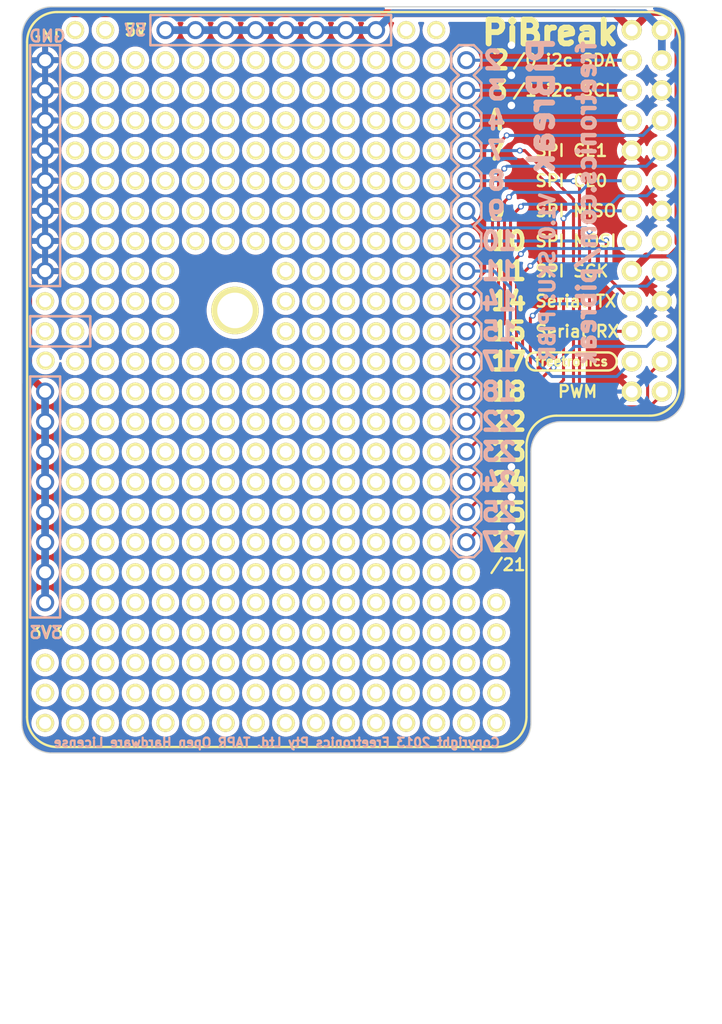
<source format=kicad_pcb>
(kicad_pcb (version 20221018) (generator pcbnew)
  (layers (0 "F.Cu" signal) (31 "B.Cu" signal) (34 "B.Paste" user) (35 "F.Paste" user) (36 "B.SilkS" user) (37 "F.SilkS" user) (38 "B.Mask" user) (39 "F.Mask" user) (44 "Edge.Cuts" user))
  (net 0 "")
  (net 1 "+3.3V")
  (net 2 "+5V")
  (net 3 "/GPIO10_MOSI")
  (net 4 "/GPIO11_SCK")
  (net 5 "/GPIO14_TXD")
  (net 6 "/GPIO15_RXD")
  (net 7 "/GPIO17")
  (net 8 "/GPIO18_PCM_CLK")
  (net 9 "/GPIO22")
  (net 10 "/GPIO23")
  (net 11 "/GPIO24")
  (net 12 "/GPIO25")
  (net 13 "/GPIO27")
  (net 14 "/GPIO2_SDA")
  (net 15 "/GPIO3_SCL")
  (net 16 "/GPIO4_GPCLK0")
  (net 17 "/GPIO7_CE1")
  (net 18 "/GPIO8_CE0")
  (net 19 "/GPIO9_MISO")
  (net 20 "GND")
  (footprint "RASPBERRY_PI_P1" (layer "F.Cu") (at 264.16 96.52)
    (fp_text reference "P1" hide)
    (fp_text value "RASPBERRY_PI_P1" hide)
  )
  (footprint "1X17" (layer "F.Cu") (at 250.19 99.06 -90)
    (fp_text reference "P2")
    (fp_text value "CONN_17")
  )
  (footprint "1X08" (layer "F.Cu") (at 224.79 96.52)
    (fp_text reference "P3")
    (fp_text value "CONN_8")
  )
  (footprint "1X08" (layer "F.Cu") (at 214.63 116.84 90)
    (fp_text reference "P5")
    (fp_text value "CONN_8")
  )
  (footprint "1X08" (layer "F.Cu") (at 214.63 144.78 90)
    (fp_text reference "P4")
    (fp_text value "CONN_8")
  )
  (footprint "1pin_prototyping" (layer "F.Cu") (at 237.49 99.06)
    (fp_text reference "1pin_prototyping" hide)
    (fp_text value "val**" hide)
  )
  (footprint "1pin_prototyping" (layer "F.Cu") (at 234.95 99.06)
    (fp_text reference "1pin_prototyping" hide)
    (fp_text value "val**" hide)
  )
  (footprint "1pin_prototyping" (layer "F.Cu") (at 232.41 99.06)
    (fp_text reference "1pin_prototyping" hide)
    (fp_text value "val**" hide)
  )
  (footprint "1pin_prototyping" (layer "F.Cu") (at 229.87 99.06)
    (fp_text reference "1pin_prototyping" hide)
    (fp_text value "val**" hide)
  )
  (footprint "1pin_prototyping" (layer "F.Cu") (at 229.87 101.6)
    (fp_text reference "1pin_prototyping" hide)
    (fp_text value "val**" hide)
  )
  (footprint "1pin_prototyping" (layer "F.Cu") (at 232.41 101.6)
    (fp_text reference "1pin_prototyping" hide)
    (fp_text value "val**" hide)
  )
  (footprint "1pin_prototyping" (layer "F.Cu") (at 234.95 101.6)
    (fp_text reference "1pin_prototyping" hide)
    (fp_text value "val**" hide)
  )
  (footprint "1pin_prototyping" (layer "F.Cu") (at 237.49 101.6)
    (fp_text reference "1pin_prototyping" hide)
    (fp_text value "val**" hide)
  )
  (footprint "1pin_prototyping" (layer "F.Cu") (at 237.49 104.14)
    (fp_text reference "1pin_prototyping" hide)
    (fp_text value "val**" hide)
  )
  (footprint "1pin_prototyping" (layer "F.Cu") (at 234.95 104.14)
    (fp_text reference "1pin_prototyping" hide)
    (fp_text value "val**" hide)
  )
  (footprint "1pin_prototyping" (layer "F.Cu") (at 232.41 104.14)
    (fp_text reference "1pin_prototyping" hide)
    (fp_text value "val**" hide)
  )
  (footprint "1pin_prototyping" (layer "F.Cu") (at 229.87 104.14)
    (fp_text reference "1pin_prototyping" hide)
    (fp_text value "val**" hide)
  )
  (footprint "1pin_prototyping" (layer "F.Cu") (at 229.87 106.68)
    (fp_text reference "1pin_prototyping" hide)
    (fp_text value "val**" hide)
  )
  (footprint "1pin_prototyping" (layer "F.Cu") (at 232.41 106.68)
    (fp_text reference "1pin_prototyping" hide)
    (fp_text value "val**" hide)
  )
  (footprint "1pin_prototyping" (layer "F.Cu") (at 234.95 106.68)
    (fp_text reference "1pin_prototyping" hide)
    (fp_text value "val**" hide)
  )
  (footprint "1pin_prototyping" (layer "F.Cu") (at 237.49 106.68)
    (fp_text reference "1pin_prototyping" hide)
    (fp_text value "val**" hide)
  )
  (footprint "1pin_prototyping" (layer "F.Cu") (at 247.65 106.68)
    (fp_text reference "1pin_prototyping" hide)
    (fp_text value "val**" hide)
  )
  (footprint "1pin_prototyping" (layer "F.Cu") (at 245.11 106.68)
    (fp_text reference "1pin_prototyping" hide)
    (fp_text value "val**" hide)
  )
  (footprint "1pin_prototyping" (layer "F.Cu") (at 242.57 106.68)
    (fp_text reference "1pin_prototyping" hide)
    (fp_text value "val**" hide)
  )
  (footprint "1pin_prototyping" (layer "F.Cu") (at 240.03 106.68)
    (fp_text reference "1pin_prototyping" hide)
    (fp_text value "val**" hide)
  )
  (footprint "1pin_prototyping" (layer "F.Cu") (at 240.03 104.14)
    (fp_text reference "1pin_prototyping" hide)
    (fp_text value "val**" hide)
  )
  (footprint "1pin_prototyping" (layer "F.Cu") (at 242.57 104.14)
    (fp_text reference "1pin_prototyping" hide)
    (fp_text value "val**" hide)
  )
  (footprint "1pin_prototyping" (layer "F.Cu") (at 245.11 104.14)
    (fp_text reference "1pin_prototyping" hide)
    (fp_text value "val**" hide)
  )
  (footprint "1pin_prototyping" (layer "F.Cu") (at 247.65 104.14)
    (fp_text reference "1pin_prototyping" hide)
    (fp_text value "val**" hide)
  )
  (footprint "1pin_prototyping" (layer "F.Cu") (at 247.65 99.06)
    (fp_text reference "1pin_prototyping" hide)
    (fp_text value "val**" hide)
  )
  (footprint "1pin_prototyping" (layer "F.Cu") (at 245.11 99.06)
    (fp_text reference "1pin_prototyping" hide)
    (fp_text value "val**" hide)
  )
  (footprint "1pin_prototyping" (layer "F.Cu") (at 242.57 99.06)
    (fp_text reference "1pin_prototyping" hide)
    (fp_text value "val**" hide)
  )
  (footprint "1pin_prototyping" (layer "F.Cu") (at 240.03 99.06)
    (fp_text reference "1pin_prototyping" hide)
    (fp_text value "val**" hide)
  )
  (footprint "1pin_prototyping" (layer "F.Cu") (at 240.03 101.6)
    (fp_text reference "1pin_prototyping" hide)
    (fp_text value "val**" hide)
  )
  (footprint "1pin_prototyping" (layer "F.Cu") (at 242.57 101.6)
    (fp_text reference "1pin_prototyping" hide)
    (fp_text value "val**" hide)
  )
  (footprint "1pin_prototyping" (layer "F.Cu") (at 245.11 101.6)
    (fp_text reference "1pin_prototyping" hide)
    (fp_text value "val**" hide)
  )
  (footprint "1pin_prototyping" (layer "F.Cu") (at 247.65 101.6)
    (fp_text reference "1pin_prototyping" hide)
    (fp_text value "val**" hide)
  )
  (footprint "1pin_prototyping" (layer "F.Cu") (at 245.11 96.52)
    (fp_text reference "1pin_prototyping" hide)
    (fp_text value "val**" hide)
  )
  (footprint "1pin_prototyping" (layer "F.Cu") (at 247.65 96.52)
    (fp_text reference "1pin_prototyping" hide)
    (fp_text value "val**" hide)
  )
  (footprint "1pin_prototyping" (layer "F.Cu") (at 227.33 106.68)
    (fp_text reference "1pin_prototyping" hide)
    (fp_text value "val**" hide)
  )
  (footprint "1pin_prototyping" (layer "F.Cu") (at 224.79 106.68)
    (fp_text reference "1pin_prototyping" hide)
    (fp_text value "val**" hide)
  )
  (footprint "1pin_prototyping" (layer "F.Cu") (at 222.25 106.68)
    (fp_text reference "1pin_prototyping" hide)
    (fp_text value "val**" hide)
  )
  (footprint "1pin_prototyping" (layer "F.Cu") (at 219.71 106.68)
    (fp_text reference "1pin_prototyping" hide)
    (fp_text value "val**" hide)
  )
  (footprint "1pin_prototyping" (layer "F.Cu") (at 219.71 104.14)
    (fp_text reference "1pin_prototyping" hide)
    (fp_text value "val**" hide)
  )
  (footprint "1pin_prototyping" (layer "F.Cu") (at 222.25 104.14)
    (fp_text reference "1pin_prototyping" hide)
    (fp_text value "val**" hide)
  )
  (footprint "1pin_prototyping" (layer "F.Cu") (at 224.79 104.14)
    (fp_text reference "1pin_prototyping" hide)
    (fp_text value "val**" hide)
  )
  (footprint "1pin_prototyping" (layer "F.Cu") (at 227.33 104.14)
    (fp_text reference "1pin_prototyping" hide)
    (fp_text value "val**" hide)
  )
  (footprint "1pin_prototyping" (layer "F.Cu") (at 227.33 99.06)
    (fp_text reference "1pin_prototyping" hide)
    (fp_text value "val**" hide)
  )
  (footprint "1pin_prototyping" (layer "F.Cu") (at 224.79 99.06)
    (fp_text reference "1pin_prototyping" hide)
    (fp_text value "val**" hide)
  )
  (footprint "1pin_prototyping" (layer "F.Cu") (at 222.25 99.06)
    (fp_text reference "1pin_prototyping" hide)
    (fp_text value "val**" hide)
  )
  (footprint "1pin_prototyping" (layer "F.Cu") (at 219.71 99.06)
    (fp_text reference "1pin_prototyping" hide)
    (fp_text value "val**" hide)
  )
  (footprint "1pin_prototyping" (layer "F.Cu") (at 219.71 101.6)
    (fp_text reference "1pin_prototyping" hide)
    (fp_text value "val**" hide)
  )
  (footprint "1pin_prototyping" (layer "F.Cu") (at 222.25 101.6)
    (fp_text reference "1pin_prototyping" hide)
    (fp_text value "val**" hide)
  )
  (footprint "1pin_prototyping" (layer "F.Cu") (at 224.79 101.6)
    (fp_text reference "1pin_prototyping" hide)
    (fp_text value "val**" hide)
  )
  (footprint "1pin_prototyping" (layer "F.Cu") (at 227.33 101.6)
    (fp_text reference "1pin_prototyping" hide)
    (fp_text value "val**" hide)
  )
  (footprint "1pin_prototyping" (layer "F.Cu") (at 219.71 96.52)
    (fp_text reference "1pin_prototyping" hide)
    (fp_text value "val**" hide)
  )
  (footprint "1pin_prototyping" (layer "F.Cu") (at 227.33 111.76)
    (fp_text reference "1pin_prototyping" hide)
    (fp_text value "val**" hide)
  )
  (footprint "1pin_prototyping" (layer "F.Cu") (at 224.79 111.76)
    (fp_text reference "1pin_prototyping" hide)
    (fp_text value "val**" hide)
  )
  (footprint "1pin_prototyping" (layer "F.Cu") (at 222.25 111.76)
    (fp_text reference "1pin_prototyping" hide)
    (fp_text value "val**" hide)
  )
  (footprint "1pin_prototyping" (layer "F.Cu") (at 219.71 111.76)
    (fp_text reference "1pin_prototyping" hide)
    (fp_text value "val**" hide)
  )
  (footprint "1pin_prototyping" (layer "F.Cu") (at 219.71 109.22)
    (fp_text reference "1pin_prototyping" hide)
    (fp_text value "val**" hide)
  )
  (footprint "1pin_prototyping" (layer "F.Cu") (at 222.25 109.22)
    (fp_text reference "1pin_prototyping" hide)
    (fp_text value "val**" hide)
  )
  (footprint "1pin_prototyping" (layer "F.Cu") (at 224.79 109.22)
    (fp_text reference "1pin_prototyping" hide)
    (fp_text value "val**" hide)
  )
  (footprint "1pin_prototyping" (layer "F.Cu") (at 227.33 109.22)
    (fp_text reference "1pin_prototyping" hide)
    (fp_text value "val**" hide)
  )
  (footprint "1pin_prototyping" (layer "F.Cu") (at 227.33 114.3)
    (fp_text reference "1pin_prototyping" hide)
    (fp_text value "val**" hide)
  )
  (footprint "1pin_prototyping" (layer "F.Cu") (at 224.79 114.3)
    (fp_text reference "1pin_prototyping" hide)
    (fp_text value "val**" hide)
  )
  (footprint "1pin_prototyping" (layer "F.Cu") (at 222.25 114.3)
    (fp_text reference "1pin_prototyping" hide)
    (fp_text value "val**" hide)
  )
  (footprint "1pin_prototyping" (layer "F.Cu") (at 219.71 114.3)
    (fp_text reference "1pin_prototyping" hide)
    (fp_text value "val**" hide)
  )
  (footprint "1pin_prototyping" (layer "F.Cu") (at 219.71 116.84)
    (fp_text reference "1pin_prototyping" hide)
    (fp_text value "val**" hide)
  )
  (footprint "1pin_prototyping" (layer "F.Cu") (at 222.25 116.84)
    (fp_text reference "1pin_prototyping" hide)
    (fp_text value "val**" hide)
  )
  (footprint "1pin_prototyping" (layer "F.Cu") (at 224.79 116.84)
    (fp_text reference "1pin_prototyping" hide)
    (fp_text value "val**" hide)
  )
  (footprint "1pin_prototyping" (layer "F.Cu") (at 247.65 111.76)
    (fp_text reference "1pin_prototyping" hide)
    (fp_text value "val**" hide)
  )
  (footprint "1pin_prototyping" (layer "F.Cu") (at 245.11 111.76)
    (fp_text reference "1pin_prototyping" hide)
    (fp_text value "val**" hide)
  )
  (footprint "1pin_prototyping" (layer "F.Cu") (at 242.57 111.76)
    (fp_text reference "1pin_prototyping" hide)
    (fp_text value "val**" hide)
  )
  (footprint "1pin_prototyping" (layer "F.Cu") (at 240.03 111.76)
    (fp_text reference "1pin_prototyping" hide)
    (fp_text value "val**" hide)
  )
  (footprint "1pin_prototyping" (layer "F.Cu") (at 240.03 109.22)
    (fp_text reference "1pin_prototyping" hide)
    (fp_text value "val**" hide)
  )
  (footprint "1pin_prototyping" (layer "F.Cu") (at 242.57 109.22)
    (fp_text reference "1pin_prototyping" hide)
    (fp_text value "val**" hide)
  )
  (footprint "1pin_prototyping" (layer "F.Cu") (at 245.11 109.22)
    (fp_text reference "1pin_prototyping" hide)
    (fp_text value "val**" hide)
  )
  (footprint "1pin_prototyping" (layer "F.Cu") (at 247.65 109.22)
    (fp_text reference "1pin_prototyping" hide)
    (fp_text value "val**" hide)
  )
  (footprint "1pin_prototyping" (layer "F.Cu") (at 247.65 114.3)
    (fp_text reference "1pin_prototyping" hide)
    (fp_text value "val**" hide)
  )
  (footprint "1pin_prototyping" (layer "F.Cu") (at 245.11 114.3)
    (fp_text reference "1pin_prototyping" hide)
    (fp_text value "val**" hide)
  )
  (footprint "1pin_prototyping" (layer "F.Cu") (at 242.57 114.3)
    (fp_text reference "1pin_prototyping" hide)
    (fp_text value "val**" hide)
  )
  (footprint "1pin_prototyping" (layer "F.Cu") (at 240.03 114.3)
    (fp_text reference "1pin_prototyping" hide)
    (fp_text value "val**" hide)
  )
  (footprint "1pin_prototyping" (layer "F.Cu") (at 240.03 116.84)
    (fp_text reference "1pin_prototyping" hide)
    (fp_text value "val**" hide)
  )
  (footprint "1pin_prototyping" (layer "F.Cu") (at 242.57 116.84)
    (fp_text reference "1pin_prototyping" hide)
    (fp_text value "val**" hide)
  )
  (footprint "1pin_prototyping" (layer "F.Cu") (at 245.11 116.84)
    (fp_text reference "1pin_prototyping" hide)
    (fp_text value "val**" hide)
  )
  (footprint "1pin_prototyping" (layer "F.Cu") (at 247.65 116.84)
    (fp_text reference "1pin_prototyping" hide)
    (fp_text value "val**" hide)
  )
  (footprint "1pin_prototyping" (layer "F.Cu") (at 237.49 116.84)
    (fp_text reference "1pin_prototyping" hide)
    (fp_text value "val**" hide)
  )
  (footprint "1pin_prototyping" (layer "F.Cu") (at 234.95 116.84)
    (fp_text reference "1pin_prototyping" hide)
    (fp_text value "val**" hide)
  )
  (footprint "1pin_prototyping" (layer "F.Cu") (at 229.87 114.3)
    (fp_text reference "1pin_prototyping" hide)
    (fp_text value "val**" hide)
  )
  (footprint "1pin_prototyping" (layer "F.Cu") (at 232.41 114.3)
    (fp_text reference "1pin_prototyping" hide)
    (fp_text value "val**" hide)
  )
  (footprint "1pin_prototyping" (layer "F.Cu") (at 234.95 114.3)
    (fp_text reference "1pin_prototyping" hide)
    (fp_text value "val**" hide)
  )
  (footprint "1pin_prototyping" (layer "F.Cu") (at 237.49 114.3)
    (fp_text reference "1pin_prototyping" hide)
    (fp_text value "val**" hide)
  )
  (footprint "1pin_prototyping" (layer "F.Cu") (at 237.49 109.22)
    (fp_text reference "1pin_prototyping" hide)
    (fp_text value "val**" hide)
  )
  (footprint "1pin_prototyping" (layer "F.Cu") (at 234.95 109.22)
    (fp_text reference "1pin_prototyping" hide)
    (fp_text value "val**" hide)
  )
  (footprint "1pin_prototyping" (layer "F.Cu") (at 232.41 109.22)
    (fp_text reference "1pin_prototyping" hide)
    (fp_text value "val**" hide)
  )
  (footprint "1pin_prototyping" (layer "F.Cu") (at 229.87 109.22)
    (fp_text reference "1pin_prototyping" hide)
    (fp_text value "val**" hide)
  )
  (footprint "1pin_prototyping" (layer "F.Cu") (at 229.87 111.76)
    (fp_text reference "1pin_prototyping" hide)
    (fp_text value "val**" hide)
  )
  (footprint "1pin_prototyping" (layer "F.Cu") (at 232.41 111.76)
    (fp_text reference "1pin_prototyping" hide)
    (fp_text value "val**" hide)
  )
  (footprint "1pin_prototyping" (layer "F.Cu") (at 234.95 111.76)
    (fp_text reference "1pin_prototyping" hide)
    (fp_text value "val**" hide)
  )
  (footprint "1pin_prototyping" (layer "F.Cu") (at 237.49 111.76)
    (fp_text reference "1pin_prototyping" hide)
    (fp_text value "val**" hide)
  )
  (footprint "1pin_prototyping" (layer "F.Cu") (at 237.49 127)
    (fp_text reference "1pin_prototyping" hide)
    (fp_text value "val**" hide)
  )
  (footprint "1pin_prototyping" (layer "F.Cu") (at 234.95 127)
    (fp_text reference "1pin_prototyping" hide)
    (fp_text value "val**" hide)
  )
  (footprint "1pin_prototyping" (layer "F.Cu") (at 232.41 127)
    (fp_text reference "1pin_prototyping" hide)
    (fp_text value "val**" hide)
  )
  (footprint "1pin_prototyping" (layer "F.Cu") (at 229.87 127)
    (fp_text reference "1pin_prototyping" hide)
    (fp_text value "val**" hide)
  )
  (footprint "1pin_prototyping" (layer "F.Cu") (at 229.87 124.46)
    (fp_text reference "1pin_prototyping" hide)
    (fp_text value "val**" hide)
  )
  (footprint "1pin_prototyping" (layer "F.Cu") (at 232.41 124.46)
    (fp_text reference "1pin_prototyping" hide)
    (fp_text value "val**" hide)
  )
  (footprint "1pin_prototyping" (layer "F.Cu") (at 234.95 124.46)
    (fp_text reference "1pin_prototyping" hide)
    (fp_text value "val**" hide)
  )
  (footprint "1pin_prototyping" (layer "F.Cu") (at 237.49 124.46)
    (fp_text reference "1pin_prototyping" hide)
    (fp_text value "val**" hide)
  )
  (footprint "1pin_prototyping" (layer "F.Cu") (at 237.49 129.54)
    (fp_text reference "1pin_prototyping" hide)
    (fp_text value "val**" hide)
  )
  (footprint "1pin_prototyping" (layer "F.Cu") (at 234.95 129.54)
    (fp_text reference "1pin_prototyping" hide)
    (fp_text value "val**" hide)
  )
  (footprint "1pin_prototyping" (layer "F.Cu") (at 232.41 129.54)
    (fp_text reference "1pin_prototyping" hide)
    (fp_text value "val**" hide)
  )
  (footprint "1pin_prototyping" (layer "F.Cu") (at 229.87 129.54)
    (fp_text reference "1pin_prototyping" hide)
    (fp_text value "val**" hide)
  )
  (footprint "1pin_prototyping" (layer "F.Cu") (at 229.87 132.08)
    (fp_text reference "1pin_prototyping" hide)
    (fp_text value "val**" hide)
  )
  (footprint "1pin_prototyping" (layer "F.Cu") (at 232.41 132.08)
    (fp_text reference "1pin_prototyping" hide)
    (fp_text value "val**" hide)
  )
  (footprint "1pin_prototyping" (layer "F.Cu") (at 234.95 132.08)
    (fp_text reference "1pin_prototyping" hide)
    (fp_text value "val**" hide)
  )
  (footprint "1pin_prototyping" (layer "F.Cu") (at 237.49 132.08)
    (fp_text reference "1pin_prototyping" hide)
    (fp_text value "val**" hide)
  )
  (footprint "1pin_prototyping" (layer "F.Cu") (at 247.65 132.08)
    (fp_text reference "1pin_prototyping" hide)
    (fp_text value "val**" hide)
  )
  (footprint "1pin_prototyping" (layer "F.Cu") (at 245.11 132.08)
    (fp_text reference "1pin_prototyping" hide)
    (fp_text value "val**" hide)
  )
  (footprint "1pin_prototyping" (layer "F.Cu") (at 242.57 132.08)
    (fp_text reference "1pin_prototyping" hide)
    (fp_text value "val**" hide)
  )
  (footprint "1pin_prototyping" (layer "F.Cu") (at 240.03 132.08)
    (fp_text reference "1pin_prototyping" hide)
    (fp_text value "val**" hide)
  )
  (footprint "1pin_prototyping" (layer "F.Cu") (at 240.03 129.54)
    (fp_text reference "1pin_prototyping" hide)
    (fp_text value "val**" hide)
  )
  (footprint "1pin_prototyping" (layer "F.Cu") (at 242.57 129.54)
    (fp_text reference "1pin_prototyping" hide)
    (fp_text value "val**" hide)
  )
  (footprint "1pin_prototyping" (layer "F.Cu") (at 245.11 129.54)
    (fp_text reference "1pin_prototyping" hide)
    (fp_text value "val**" hide)
  )
  (footprint "1pin_prototyping" (layer "F.Cu") (at 247.65 129.54)
    (fp_text reference "1pin_prototyping" hide)
    (fp_text value "val**" hide)
  )
  (footprint "1pin_prototyping" (layer "F.Cu") (at 247.65 124.46)
    (fp_text reference "1pin_prototyping" hide)
    (fp_text value "val**" hide)
  )
  (footprint "1pin_prototyping" (layer "F.Cu") (at 245.11 124.46)
    (fp_text reference "1pin_prototyping" hide)
    (fp_text value "val**" hide)
  )
  (footprint "1pin_prototyping" (layer "F.Cu") (at 242.57 124.46)
    (fp_text reference "1pin_prototyping" hide)
    (fp_text value "val**" hide)
  )
  (footprint "1pin_prototyping" (layer "F.Cu") (at 240.03 124.46)
    (fp_text reference "1pin_prototyping" hide)
    (fp_text value "val**" hide)
  )
  (footprint "1pin_prototyping" (layer "F.Cu") (at 240.03 127)
    (fp_text reference "1pin_prototyping" hide)
    (fp_text value "val**" hide)
  )
  (footprint "1pin_prototyping" (layer "F.Cu") (at 242.57 127)
    (fp_text reference "1pin_prototyping" hide)
    (fp_text value "val**" hide)
  )
  (footprint "1pin_prototyping" (layer "F.Cu") (at 245.11 127)
    (fp_text reference "1pin_prototyping" hide)
    (fp_text value "val**" hide)
  )
  (footprint "1pin_prototyping" (layer "F.Cu") (at 247.65 127)
    (fp_text reference "1pin_prototyping" hide)
    (fp_text value "val**" hide)
  )
  (footprint "1pin_prototyping" (layer "F.Cu") (at 227.33 132.08)
    (fp_text reference "1pin_prototyping" hide)
    (fp_text value "val**" hide)
  )
  (footprint "1pin_prototyping" (layer "F.Cu") (at 224.79 132.08)
    (fp_text reference "1pin_prototyping" hide)
    (fp_text value "val**" hide)
  )
  (footprint "1pin_prototyping" (layer "F.Cu") (at 222.25 132.08)
    (fp_text reference "1pin_prototyping" hide)
    (fp_text value "val**" hide)
  )
  (footprint "1pin_prototyping" (layer "F.Cu") (at 219.71 132.08)
    (fp_text reference "1pin_prototyping" hide)
    (fp_text value "val**" hide)
  )
  (footprint "1pin_prototyping" (layer "F.Cu") (at 219.71 129.54)
    (fp_text reference "1pin_prototyping" hide)
    (fp_text value "val**" hide)
  )
  (footprint "1pin_prototyping" (layer "F.Cu") (at 222.25 129.54)
    (fp_text reference "1pin_prototyping" hide)
    (fp_text value "val**" hide)
  )
  (footprint "1pin_prototyping" (layer "F.Cu") (at 224.79 129.54)
    (fp_text reference "1pin_prototyping" hide)
    (fp_text value "val**" hide)
  )
  (footprint "1pin_prototyping" (layer "F.Cu") (at 227.33 129.54)
    (fp_text reference "1pin_prototyping" hide)
    (fp_text value "val**" hide)
  )
  (footprint "1pin_prototyping" (layer "F.Cu") (at 227.33 124.46)
    (fp_text reference "1pin_prototyping" hide)
    (fp_text value "val**" hide)
  )
  (footprint "1pin_prototyping" (layer "F.Cu") (at 224.79 124.46)
    (fp_text reference "1pin_prototyping" hide)
    (fp_text value "val**" hide)
  )
  (footprint "1pin_prototyping" (layer "F.Cu") (at 222.25 124.46)
    (fp_text reference "1pin_prototyping" hide)
    (fp_text value "val**" hide)
  )
  (footprint "1pin_prototyping" (layer "F.Cu") (at 219.71 124.46)
    (fp_text reference "1pin_prototyping" hide)
    (fp_text value "val**" hide)
  )
  (footprint "1pin_prototyping" (layer "F.Cu") (at 219.71 127)
    (fp_text reference "1pin_prototyping" hide)
    (fp_text value "val**" hide)
  )
  (footprint "1pin_prototyping" (layer "F.Cu") (at 222.25 127)
    (fp_text reference "1pin_prototyping" hide)
    (fp_text value "val**" hide)
  )
  (footprint "1pin_prototyping" (layer "F.Cu") (at 224.79 127)
    (fp_text reference "1pin_prototyping" hide)
    (fp_text value "val**" hide)
  )
  (footprint "1pin_prototyping" (layer "F.Cu") (at 227.33 127)
    (fp_text reference "1pin_prototyping" hide)
    (fp_text value "val**" hide)
  )
  (footprint "1pin_prototyping" (layer "F.Cu") (at 224.79 119.38)
    (fp_text reference "1pin_prototyping" hide)
    (fp_text value "val**" hide)
  )
  (footprint "1pin_prototyping" (layer "F.Cu") (at 222.25 119.38)
    (fp_text reference "1pin_prototyping" hide)
    (fp_text value "val**" hide)
  )
  (footprint "1pin_prototyping" (layer "F.Cu") (at 219.71 119.38)
    (fp_text reference "1pin_prototyping" hide)
    (fp_text value "val**" hide)
  )
  (footprint "1pin_prototyping" (layer "F.Cu") (at 219.71 121.92)
    (fp_text reference "1pin_prototyping" hide)
    (fp_text value "val**" hide)
  )
  (footprint "1pin_prototyping" (layer "F.Cu") (at 222.25 121.92)
    (fp_text reference "1pin_prototyping" hide)
    (fp_text value "val**" hide)
  )
  (footprint "1pin_prototyping" (layer "F.Cu") (at 224.79 121.92)
    (fp_text reference "1pin_prototyping" hide)
    (fp_text value "val**" hide)
  )
  (footprint "1pin_prototyping" (layer "F.Cu") (at 247.65 119.38)
    (fp_text reference "1pin_prototyping" hide)
    (fp_text value "val**" hide)
  )
  (footprint "1pin_prototyping" (layer "F.Cu") (at 245.11 119.38)
    (fp_text reference "1pin_prototyping" hide)
    (fp_text value "val**" hide)
  )
  (footprint "1pin_prototyping" (layer "F.Cu") (at 242.57 119.38)
    (fp_text reference "1pin_prototyping" hide)
    (fp_text value "val**" hide)
  )
  (footprint "1pin_prototyping" (layer "F.Cu") (at 240.03 119.38)
    (fp_text reference "1pin_prototyping" hide)
    (fp_text value "val**" hide)
  )
  (footprint "1pin_prototyping" (layer "F.Cu") (at 240.03 121.92)
    (fp_text reference "1pin_prototyping" hide)
    (fp_text value "val**" hide)
  )
  (footprint "1pin_prototyping" (layer "F.Cu") (at 242.57 121.92)
    (fp_text reference "1pin_prototyping" hide)
    (fp_text value "val**" hide)
  )
  (footprint "1pin_prototyping" (layer "F.Cu") (at 245.11 121.92)
    (fp_text reference "1pin_prototyping" hide)
    (fp_text value "val**" hide)
  )
  (footprint "1pin_prototyping" (layer "F.Cu") (at 247.65 121.92)
    (fp_text reference "1pin_prototyping" hide)
    (fp_text value "val**" hide)
  )
  (footprint "1pin_prototyping" (layer "F.Cu") (at 237.49 121.92)
    (fp_text reference "1pin_prototyping" hide)
    (fp_text value "val**" hide)
  )
  (footprint "1pin_prototyping" (layer "F.Cu") (at 234.95 121.92)
    (fp_text reference "1pin_prototyping" hide)
    (fp_text value "val**" hide)
  )
  (footprint "1pin_prototyping" (layer "F.Cu") (at 234.95 119.38)
    (fp_text reference "1pin_prototyping" hide)
    (fp_text value "val**" hide)
  )
  (footprint "1pin_prototyping" (layer "F.Cu") (at 237.49 119.38)
    (fp_text reference "1pin_prototyping" hide)
    (fp_text value "val**" hide)
  )
  (footprint "1pin_prototyping" (layer "F.Cu") (at 237.49 137.16)
    (fp_text reference "1pin_prototyping" hide)
    (fp_text value "val**" hide)
  )
  (footprint "1pin_prototyping" (layer "F.Cu") (at 234.95 137.16)
    (fp_text reference "1pin_prototyping" hide)
    (fp_text value "val**" hide)
  )
  (footprint "1pin_prototyping" (layer "F.Cu") (at 232.41 137.16)
    (fp_text reference "1pin_prototyping" hide)
    (fp_text value "val**" hide)
  )
  (footprint "1pin_prototyping" (layer "F.Cu") (at 229.87 137.16)
    (fp_text reference "1pin_prototyping" hide)
    (fp_text value "val**" hide)
  )
  (footprint "1pin_prototyping" (layer "F.Cu") (at 229.87 139.7)
    (fp_text reference "1pin_prototyping" hide)
    (fp_text value "val**" hide)
  )
  (footprint "1pin_prototyping" (layer "F.Cu") (at 232.41 139.7)
    (fp_text reference "1pin_prototyping" hide)
    (fp_text value "val**" hide)
  )
  (footprint "1pin_prototyping" (layer "F.Cu") (at 234.95 139.7)
    (fp_text reference "1pin_prototyping" hide)
    (fp_text value "val**" hide)
  )
  (footprint "1pin_prototyping" (layer "F.Cu") (at 237.49 139.7)
    (fp_text reference "1pin_prototyping" hide)
    (fp_text value "val**" hide)
  )
  (footprint "1pin_prototyping" (layer "F.Cu") (at 247.65 139.7)
    (fp_text reference "1pin_prototyping" hide)
    (fp_text value "val**" hide)
  )
  (footprint "1pin_prototyping" (layer "F.Cu") (at 245.11 139.7)
    (fp_text reference "1pin_prototyping" hide)
    (fp_text value "val**" hide)
  )
  (footprint "1pin_prototyping" (layer "F.Cu") (at 242.57 139.7)
    (fp_text reference "1pin_prototyping" hide)
    (fp_text value "val**" hide)
  )
  (footprint "1pin_prototyping" (layer "F.Cu") (at 240.03 139.7)
    (fp_text reference "1pin_prototyping" hide)
    (fp_text value "val**" hide)
  )
  (footprint "1pin_prototyping" (layer "F.Cu") (at 240.03 137.16)
    (fp_text reference "1pin_prototyping" hide)
    (fp_text value "val**" hide)
  )
  (footprint "1pin_prototyping" (layer "F.Cu") (at 242.57 137.16)
    (fp_text reference "1pin_prototyping" hide)
    (fp_text value "val**" hide)
  )
  (footprint "1pin_prototyping" (layer "F.Cu") (at 245.11 137.16)
    (fp_text reference "1pin_prototyping" hide)
    (fp_text value "val**" hide)
  )
  (footprint "1pin_prototyping" (layer "F.Cu") (at 247.65 137.16)
    (fp_text reference "1pin_prototyping" hide)
    (fp_text value "val**" hide)
  )
  (footprint "1pin_prototyping" (layer "F.Cu") (at 227.33 139.7)
    (fp_text reference "1pin_prototyping" hide)
    (fp_text value "val**" hide)
  )
  (footprint "1pin_prototyping" (layer "F.Cu") (at 224.79 139.7)
    (fp_text reference "1pin_prototyping" hide)
    (fp_text value "val**" hide)
  )
  (footprint "1pin_prototyping" (layer "F.Cu") (at 222.25 139.7)
    (fp_text reference "1pin_prototyping" hide)
    (fp_text value "val**" hide)
  )
  (footprint "1pin_prototyping" (layer "F.Cu") (at 219.71 139.7)
    (fp_text reference "1pin_prototyping" hide)
    (fp_text value "val**" hide)
  )
  (footprint "1pin_prototyping" (layer "F.Cu") (at 219.71 137.16)
    (fp_text reference "1pin_prototyping" hide)
    (fp_text value "val**" hide)
  )
  (footprint "1pin_prototyping" (layer "F.Cu") (at 222.25 137.16)
    (fp_text reference "1pin_prototyping" hide)
    (fp_text value "val**" hide)
  )
  (footprint "1pin_prototyping" (layer "F.Cu") (at 224.79 137.16)
    (fp_text reference "1pin_prototyping" hide)
    (fp_text value "val**" hide)
  )
  (footprint "1pin_prototyping" (layer "F.Cu") (at 227.33 137.16)
    (fp_text reference "1pin_prototyping" hide)
    (fp_text value "val**" hide)
  )
  (footprint "1pin_prototyping" (layer "F.Cu") (at 227.33 144.78)
    (fp_text reference "1pin_prototyping" hide)
    (fp_text value "val**" hide)
  )
  (footprint "1pin_prototyping" (layer "F.Cu") (at 224.79 144.78)
    (fp_text reference "1pin_prototyping" hide)
    (fp_text value "val**" hide)
  )
  (footprint "1pin_prototyping" (layer "F.Cu") (at 222.25 144.78)
    (fp_text reference "1pin_prototyping" hide)
    (fp_text value "val**" hide)
  )
  (footprint "1pin_prototyping" (layer "F.Cu") (at 219.71 144.78)
    (fp_text reference "1pin_prototyping" hide)
    (fp_text value "val**" hide)
  )
  (footprint "1pin_prototyping" (layer "F.Cu") (at 219.71 142.24)
    (fp_text reference "1pin_prototyping" hide)
    (fp_text value "val**" hide)
  )
  (footprint "1pin_prototyping" (layer "F.Cu") (at 222.25 142.24)
    (fp_text reference "1pin_prototyping" hide)
    (fp_text value "val**" hide)
  )
  (footprint "1pin_prototyping" (layer "F.Cu") (at 224.79 142.24)
    (fp_text reference "1pin_prototyping" hide)
    (fp_text value "val**" hide)
  )
  (footprint "1pin_prototyping" (layer "F.Cu") (at 227.33 142.24)
    (fp_text reference "1pin_prototyping" hide)
    (fp_text value "val**" hide)
  )
  (footprint "1pin_prototyping" (layer "F.Cu") (at 227.33 147.32)
    (fp_text reference "1pin_prototyping" hide)
    (fp_text value "val**" hide)
  )
  (footprint "1pin_prototyping" (layer "F.Cu") (at 224.79 147.32)
    (fp_text reference "1pin_prototyping" hide)
    (fp_text value "val**" hide)
  )
  (footprint "1pin_prototyping" (layer "F.Cu") (at 222.25 147.32)
    (fp_text reference "1pin_prototyping" hide)
    (fp_text value "val**" hide)
  )
  (footprint "1pin_prototyping" (layer "F.Cu") (at 219.71 147.32)
    (fp_text reference "1pin_prototyping" hide)
    (fp_text value "val**" hide)
  )
  (footprint "1pin_prototyping" (layer "F.Cu") (at 219.71 149.86)
    (fp_text reference "1pin_prototyping" hide)
    (fp_text value "val**" hide)
  )
  (footprint "1pin_prototyping" (layer "F.Cu") (at 222.25 149.86)
    (fp_text reference "1pin_prototyping" hide)
    (fp_text value "val**" hide)
  )
  (footprint "1pin_prototyping" (layer "F.Cu") (at 224.79 149.86)
    (fp_text reference "1pin_prototyping" hide)
    (fp_text value "val**" hide)
  )
  (footprint "1pin_prototyping" (layer "F.Cu") (at 227.33 149.86)
    (fp_text reference "1pin_prototyping" hide)
    (fp_text value "val**" hide)
  )
  (footprint "1pin_prototyping" (layer "F.Cu") (at 247.65 144.78)
    (fp_text reference "1pin_prototyping" hide)
    (fp_text value "val**" hide)
  )
  (footprint "1pin_prototyping" (layer "F.Cu") (at 245.11 144.78)
    (fp_text reference "1pin_prototyping" hide)
    (fp_text value "val**" hide)
  )
  (footprint "1pin_prototyping" (layer "F.Cu") (at 242.57 144.78)
    (fp_text reference "1pin_prototyping" hide)
    (fp_text value "val**" hide)
  )
  (footprint "1pin_prototyping" (layer "F.Cu") (at 240.03 144.78)
    (fp_text reference "1pin_prototyping" hide)
    (fp_text value "val**" hide)
  )
  (footprint "1pin_prototyping" (layer "F.Cu") (at 240.03 142.24)
    (fp_text reference "1pin_prototyping" hide)
    (fp_text value "val**" hide)
  )
  (footprint "1pin_prototyping" (layer "F.Cu") (at 242.57 142.24)
    (fp_text reference "1pin_prototyping" hide)
    (fp_text value "val**" hide)
  )
  (footprint "1pin_prototyping" (layer "F.Cu") (at 245.11 142.24)
    (fp_text reference "1pin_prototyping" hide)
    (fp_text value "val**" hide)
  )
  (footprint "1pin_prototyping" (layer "F.Cu") (at 247.65 142.24)
    (fp_text reference "1pin_prototyping" hide)
    (fp_text value "val**" hide)
  )
  (footprint "1pin_prototyping" (layer "F.Cu") (at 247.65 147.32)
    (fp_text reference "1pin_prototyping" hide)
    (fp_text value "val**" hide)
  )
  (footprint "1pin_prototyping" (layer "F.Cu") (at 245.11 147.32)
    (fp_text reference "1pin_prototyping" hide)
    (fp_text value "val**" hide)
  )
  (footprint "1pin_prototyping" (layer "F.Cu") (at 242.57 147.32)
    (fp_text reference "1pin_prototyping" hide)
    (fp_text value "val**" hide)
  )
  (footprint "1pin_prototyping" (layer "F.Cu") (at 240.03 147.32)
    (fp_text reference "1pin_prototyping" hide)
    (fp_text value "val**" hide)
  )
  (footprint "1pin_prototyping" (layer "F.Cu") (at 240.03 149.86)
    (fp_text reference "1pin_prototyping" hide)
    (fp_text value "val**" hide)
  )
  (footprint "1pin_prototyping" (layer "F.Cu") (at 242.57 149.86)
    (fp_text reference "1pin_prototyping" hide)
    (fp_text value "val**" hide)
  )
  (footprint "1pin_prototyping" (layer "F.Cu") (at 245.11 149.86)
    (fp_text reference "1pin_prototyping" hide)
    (fp_text value "val**" hide)
  )
  (footprint "1pin_prototyping" (layer "F.Cu") (at 247.65 149.86)
    (fp_text reference "1pin_prototyping" hide)
    (fp_text value "val**" hide)
  )
  (footprint "1pin_prototyping" (layer "F.Cu") (at 237.49 149.86)
    (fp_text reference "1pin_prototyping" hide)
    (fp_text value "val**" hide)
  )
  (footprint "1pin_prototyping" (layer "F.Cu") (at 234.95 149.86)
    (fp_text reference "1pin_prototyping" hide)
    (fp_text value "val**" hide)
  )
  (footprint "1pin_prototyping" (layer "F.Cu") (at 232.41 149.86)
    (fp_text reference "1pin_prototyping" hide)
    (fp_text value "val**" hide)
  )
  (footprint "1pin_prototyping" (layer "F.Cu") (at 229.87 149.86)
    (fp_text reference "1pin_prototyping" hide)
    (fp_text value "val**" hide)
  )
  (footprint "1pin_prototyping" (layer "F.Cu") (at 229.87 147.32)
    (fp_text reference "1pin_prototyping" hide)
    (fp_text value "val**" hide)
  )
  (footprint "1pin_prototyping" (layer "F.Cu") (at 232.41 147.32)
    (fp_text reference "1pin_prototyping" hide)
    (fp_text value "val**" hide)
  )
  (footprint "1pin_prototyping" (layer "F.Cu") (at 234.95 147.32)
    (fp_text reference "1pin_prototyping" hide)
    (fp_text value "val**" hide)
  )
  (footprint "1pin_prototyping" (layer "F.Cu") (at 237.49 147.32)
    (fp_text reference "1pin_prototyping" hide)
    (fp_text value "val**" hide)
  )
  (footprint "1pin_prototyping" (layer "F.Cu") (at 237.49 142.24)
    (fp_text reference "1pin_prototyping" hide)
    (fp_text value "val**" hide)
  )
  (footprint "1pin_prototyping" (layer "F.Cu") (at 234.95 142.24)
    (fp_text reference "1pin_prototyping" hide)
    (fp_text value "val**" hide)
  )
  (footprint "1pin_prototyping" (layer "F.Cu") (at 232.41 142.24)
    (fp_text reference "1pin_prototyping" hide)
    (fp_text value "val**" hide)
  )
  (footprint "1pin_prototyping" (layer "F.Cu") (at 229.87 142.24)
    (fp_text reference "1pin_prototyping" hide)
    (fp_text value "val**" hide)
  )
  (footprint "1pin_prototyping" (layer "F.Cu") (at 229.87 144.78)
    (fp_text reference "1pin_prototyping" hide)
    (fp_text value "val**" hide)
  )
  (footprint "1pin_prototyping" (layer "F.Cu") (at 232.41 144.78)
    (fp_text reference "1pin_prototyping" hide)
    (fp_text value "val**" hide)
  )
  (footprint "1pin_prototyping" (layer "F.Cu") (at 234.95 144.78)
    (fp_text reference "1pin_prototyping" hide)
    (fp_text value "val**" hide)
  )
  (footprint "1pin_prototyping" (layer "F.Cu") (at 237.49 144.78)
    (fp_text reference "1pin_prototyping" hide)
    (fp_text value "val**" hide)
  )
  (footprint "1pin_prototyping" (layer "F.Cu") (at 229.87 134.62)
    (fp_text reference "1pin_prototyping" hide)
    (fp_text value "val**" hide)
  )
  (footprint "1pin_prototyping" (layer "F.Cu") (at 232.41 134.62)
    (fp_text reference "1pin_prototyping" hide)
    (fp_text value "val**" hide)
  )
  (footprint "1pin_prototyping" (layer "F.Cu") (at 234.95 134.62)
    (fp_text reference "1pin_prototyping" hide)
    (fp_text value "val**" hide)
  )
  (footprint "1pin_prototyping" (layer "F.Cu") (at 237.49 134.62)
    (fp_text reference "1pin_prototyping" hide)
    (fp_text value "val**" hide)
  )
  (footprint "1pin_prototyping" (layer "F.Cu") (at 247.65 134.62)
    (fp_text reference "1pin_prototyping" hide)
    (fp_text value "val**" hide)
  )
  (footprint "1pin_prototyping" (layer "F.Cu") (at 245.11 134.62)
    (fp_text reference "1pin_prototyping" hide)
    (fp_text value "val**" hide)
  )
  (footprint "1pin_prototyping" (layer "F.Cu") (at 242.57 134.62)
    (fp_text reference "1pin_prototyping" hide)
    (fp_text value "val**" hide)
  )
  (footprint "1pin_prototyping" (layer "F.Cu") (at 240.03 134.62)
    (fp_text reference "1pin_prototyping" hide)
    (fp_text value "val**" hide)
  )
  (footprint "1pin_prototyping" (layer "F.Cu") (at 227.33 134.62)
    (fp_text reference "1pin_prototyping" hide)
    (fp_text value "val**" hide)
  )
  (footprint "1pin_prototyping" (layer "F.Cu") (at 224.79 134.62)
    (fp_text reference "1pin_prototyping" hide)
    (fp_text value "val**" hide)
  )
  (footprint "1pin_prototyping" (layer "F.Cu") (at 222.25 134.62)
    (fp_text reference "1pin_prototyping" hide)
    (fp_text value "val**" hide)
  )
  (footprint "1pin_prototyping" (layer "F.Cu") (at 219.71 134.62)
    (fp_text reference "1pin_prototyping" hide)
    (fp_text value "val**" hide)
  )
  (footprint "1pin_prototyping" (layer "F.Cu") (at 252.73 149.86)
    (fp_text reference "1pin_prototyping" hide)
    (fp_text value "val**" hide)
  )
  (footprint "1pin_prototyping" (layer "F.Cu") (at 250.19 149.86)
    (fp_text reference "1pin_prototyping" hide)
    (fp_text value "val**" hide)
  )
  (footprint "1pin_prototyping" (layer "F.Cu") (at 250.19 147.32)
    (fp_text reference "1pin_prototyping" hide)
    (fp_text value "val**" hide)
  )
  (footprint "1pin_prototyping" (layer "F.Cu") (at 252.73 147.32)
    (fp_text reference "1pin_prototyping" hide)
    (fp_text value "val**" hide)
  )
  (footprint "1pin_prototyping" (layer "F.Cu") (at 250.19 142.24)
    (fp_text reference "1pin_prototyping" hide)
    (fp_text value "val**" hide)
  )
  (footprint "1pin_prototyping" (layer "F.Cu") (at 250.19 144.78)
    (fp_text reference "1pin_prototyping" hide)
    (fp_text value "val**" hide)
  )
  (footprint "1pin_prototyping" (layer "F.Cu") (at 252.73 144.78)
    (fp_text reference "1pin_prototyping" hide)
    (fp_text value "val**" hide)
  )
  (footprint "1pin_prototyping" (layer "F.Cu") (at 217.17 149.86)
    (fp_text reference "1pin_prototyping" hide)
    (fp_text value "val**" hide)
  )
  (footprint "1pin_prototyping" (layer "F.Cu") (at 214.63 149.86)
    (fp_text reference "1pin_prototyping" hide)
    (fp_text value "val**" hide)
  )
  (footprint "1pin_prototyping" (layer "F.Cu") (at 217.17 147.32)
    (fp_text reference "1pin_prototyping" hide)
    (fp_text value "val**" hide)
  )
  (footprint "1pin_prototyping" (layer "F.Cu") (at 217.17 142.24)
    (fp_text reference "1pin_prototyping" hide)
    (fp_text value "val**" hide)
  )
  (footprint "1pin_prototyping" (layer "F.Cu") (at 217.17 144.78)
    (fp_text reference "1pin_prototyping" hide)
    (fp_text value "val**" hide)
  )
  (footprint "1pin_prototyping" (layer "F.Cu") (at 217.17 134.62)
    (fp_text reference "1pin_prototyping" hide)
    (fp_text value "val**" hide)
  )
  (footprint "1pin_prototyping" (layer "F.Cu") (at 217.17 137.16)
    (fp_text reference "1pin_prototyping" hide)
    (fp_text value "val**" hide)
  )
  (footprint "1pin_prototyping" (layer "F.Cu") (at 217.17 139.7)
    (fp_text reference "1pin_prototyping" hide)
    (fp_text value "val**" hide)
  )
  (footprint "1pin_prototyping" (layer "F.Cu") (at 214.63 121.92)
    (fp_text reference "1pin_prototyping" hide)
    (fp_text value "val**" hide)
  )
  (footprint "1pin_prototyping" (layer "F.Cu") (at 217.17 119.38)
    (fp_text reference "1pin_prototyping" hide)
    (fp_text value "val**" hide)
  )
  (footprint "1pin_prototyping" (layer "F.Cu") (at 217.17 127)
    (fp_text reference "1pin_prototyping" hide)
    (fp_text value "val**" hide)
  )
  (footprint "1pin_prototyping" (layer "F.Cu") (at 217.17 124.46)
    (fp_text reference "1pin_prototyping" hide)
    (fp_text value "val**" hide)
  )
  (footprint "1pin_prototyping" (layer "F.Cu") (at 217.17 129.54)
    (fp_text reference "1pin_prototyping" hide)
    (fp_text value "val**" hide)
  )
  (footprint "1pin_prototyping" (layer "F.Cu") (at 217.17 132.08)
    (fp_text reference "1pin_prototyping" hide)
    (fp_text value "val**" hide)
  )
  (footprint "1pin_prototyping" (layer "F.Cu") (at 217.17 116.84)
    (fp_text reference "1pin_prototyping" hide)
    (fp_text value "val**" hide)
  )
  (footprint "1pin_prototyping" (layer "F.Cu") (at 217.17 114.3)
    (fp_text reference "1pin_prototyping" hide)
    (fp_text value "val**" hide)
  )
  (footprint "1pin_prototyping" (layer "F.Cu") (at 217.17 109.22)
    (fp_text reference "1pin_prototyping" hide)
    (fp_text value "val**" hide)
  )
  (footprint "1pin_prototyping" (layer "F.Cu") (at 217.17 111.76)
    (fp_text reference "1pin_prototyping" hide)
    (fp_text value "val**" hide)
  )
  (footprint "1pin_prototyping" (layer "F.Cu") (at 217.17 96.52)
    (fp_text reference "1pin_prototyping" hide)
    (fp_text value "val**" hide)
  )
  (footprint "1pin_prototyping" (layer "F.Cu") (at 217.17 101.6)
    (fp_text reference "1pin_prototyping" hide)
    (fp_text value "val**" hide)
  )
  (footprint "1pin_prototyping" (layer "F.Cu") (at 217.17 99.06)
    (fp_text reference "1pin_prototyping" hide)
    (fp_text value "val**" hide)
  )
  (footprint "1pin_prototyping" (layer "F.Cu") (at 217.17 104.14)
    (fp_text reference "1pin_prototyping" hide)
    (fp_text value "val**" hide)
  )
  (footprint "1pin_prototyping" (layer "F.Cu") (at 217.17 106.68)
    (fp_text reference "1pin_prototyping" hide)
    (fp_text value "val**" hide)
  )
  (footprint "1pin_prototyping" (layer "F.Cu") (at 217.17 152.4)
    (fp_text reference "1pin_prototyping" hide)
    (fp_text value "val**" hide)
  )
  (footprint "1pin_prototyping" (layer "F.Cu") (at 214.63 152.4)
    (fp_text reference "1pin_prototyping" hide)
    (fp_text value "val**" hide)
  )
  (footprint "1pin_prototyping" (layer "F.Cu") (at 214.63 154.94)
    (fp_text reference "1pin_prototyping" hide)
    (fp_text value "val**" hide)
  )
  (footprint "1pin_prototyping" (layer "F.Cu") (at 217.17 154.94)
    (fp_text reference "1pin_prototyping" hide)
    (fp_text value "val**" hide)
  )
  (footprint "1pin_prototyping" (layer "F.Cu") (at 252.73 152.4)
    (fp_text reference "1pin_prototyping" hide)
    (fp_text value "val**" hide)
  )
  (footprint "1pin_prototyping" (layer "F.Cu") (at 250.19 152.4)
    (fp_text reference "1pin_prototyping" hide)
    (fp_text value "val**" hide)
  )
  (footprint "1pin_prototyping" (layer "F.Cu") (at 250.19 154.94)
    (fp_text reference "1pin_prototyping" hide)
    (fp_text value "val**" hide)
  )
  (footprint "1pin_prototyping" (layer "F.Cu") (at 252.73 154.94)
    (fp_text reference "1pin_prototyping" hide)
    (fp_text value "val**" hide)
  )
  (footprint "1pin_prototyping" (layer "F.Cu") (at 237.49 152.4)
    (fp_text reference "1pin_prototyping" hide)
    (fp_text value "val**" hide)
  )
  (footprint "1pin_prototyping" (layer "F.Cu") (at 234.95 152.4)
    (fp_text reference "1pin_prototyping" hide)
    (fp_text value "val**" hide)
  )
  (footprint "1pin_prototyping" (layer "F.Cu") (at 232.41 152.4)
    (fp_text reference "1pin_prototyping" hide)
    (fp_text value "val**" hide)
  )
  (footprint "1pin_prototyping" (layer "F.Cu") (at 229.87 152.4)
    (fp_text reference "1pin_prototyping" hide)
    (fp_text value "val**" hide)
  )
  (footprint "1pin_prototyping" (layer "F.Cu") (at 229.87 154.94)
    (fp_text reference "1pin_prototyping" hide)
    (fp_text value "val**" hide)
  )
  (footprint "1pin_prototyping" (layer "F.Cu") (at 232.41 154.94)
    (fp_text reference "1pin_prototyping" hide)
    (fp_text value "val**" hide)
  )
  (footprint "1pin_prototyping" (layer "F.Cu") (at 234.95 154.94)
    (fp_text reference "1pin_prototyping" hide)
    (fp_text value "val**" hide)
  )
  (footprint "1pin_prototyping" (layer "F.Cu") (at 237.49 154.94)
    (fp_text reference "1pin_prototyping" hide)
    (fp_text value "val**" hide)
  )
  (footprint "1pin_prototyping" (layer "F.Cu") (at 247.65 154.94)
    (fp_text reference "1pin_prototyping" hide)
    (fp_text value "val**" hide)
  )
  (footprint "1pin_prototyping" (layer "F.Cu") (at 245.11 154.94)
    (fp_text reference "1pin_prototyping" hide)
    (fp_text value "val**" hide)
  )
  (footprint "1pin_prototyping" (layer "F.Cu") (at 242.57 154.94)
    (fp_text reference "1pin_prototyping" hide)
    (fp_text value "val**" hide)
  )
  (footprint "1pin_prototyping" (layer "F.Cu") (at 240.03 154.94)
    (fp_text reference "1pin_prototyping" hide)
    (fp_text value "val**" hide)
  )
  (footprint "1pin_prototyping" (layer "F.Cu") (at 240.03 152.4)
    (fp_text reference "1pin_prototyping" hide)
    (fp_text value "val**" hide)
  )
  (footprint "1pin_prototyping" (layer "F.Cu") (at 242.57 152.4)
    (fp_text reference "1pin_prototyping" hide)
    (fp_text value "val**" hide)
  )
  (footprint "1pin_prototyping" (layer "F.Cu") (at 245.11 152.4)
    (fp_text reference "1pin_prototyping" hide)
    (fp_text value "val**" hide)
  )
  (footprint "1pin_prototyping" (layer "F.Cu") (at 247.65 152.4)
    (fp_text reference "1pin_prototyping" hide)
    (fp_text value "val**" hide)
  )
  (footprint "1pin_prototyping" (layer "F.Cu") (at 227.33 154.94)
    (fp_text reference "1pin_prototyping" hide)
    (fp_text value "val**" hide)
  )
  (footprint "1pin_prototyping" (layer "F.Cu") (at 224.79 154.94)
    (fp_text reference "1pin_prototyping" hide)
    (fp_text value "val**" hide)
  )
  (footprint "1pin_prototyping" (layer "F.Cu") (at 222.25 154.94)
    (fp_text reference "1pin_prototyping" hide)
    (fp_text value "val**" hide)
  )
  (footprint "1pin_prototyping" (layer "F.Cu") (at 219.71 154.94)
    (fp_text reference "1pin_prototyping" hide)
    (fp_text value "val**" hide)
  )
  (footprint "1pin_prototyping" (layer "F.Cu") (at 219.71 152.4)
    (fp_text reference "1pin_prototyping" hide)
    (fp_text value "val**" hide)
  )
  (footprint "1pin_prototyping" (layer "F.Cu") (at 222.25 152.4)
    (fp_text reference "1pin_prototyping" hide)
    (fp_text value "val**" hide)
  )
  (footprint "1pin_prototyping" (layer "F.Cu") (at 224.79 152.4)
    (fp_text reference "1pin_prototyping" hide)
    (fp_text value "val**" hide)
  )
  (footprint "1pin_prototyping" (layer "F.Cu") (at 227.33 152.4)
    (fp_text reference "1pin_prototyping" hide)
    (fp_text value "val**" hide)
  )
  (footprint "LOGO_FREETRONICS_SMALL" (layer "F.Cu") (at 259.08 124.46)
    (fp_text reference "LOGO_FREETRONICS_SMALL" hide)
    (fp_text value "val**" hide)
  )
  (footprint "1pin_prototyping" (layer "F.Cu") (at 217.17 121.92)
    (fp_text reference "1pin_prototyping" hide)
    (fp_text value "val**" hide)
  )
  (footprint "1pin_prototyping" (layer "F.Cu") (at 214.63 119.38)
    (fp_text reference "1pin_prototyping" hide)
    (fp_text value "val**" hide)
  )
  (footprint "1pin_prototyping" (layer "F.Cu") (at 214.67 124.39)
    (fp_text reference "1pin_prototyping" hide)
    (fp_text value "val**" hide)
  )
  (gr_line (start 251.46 128.905) (end 250.825 128.27) (stroke (width 0.2)) (layer "B.SilkS"))
  (gr_line (start 251.46 111.125) (end 250.825 110.49) (stroke (width 0.2)) (layer "B.SilkS"))
  (gr_line (start 213.36 97.79) (end 215.9 97.79) (stroke (width 0.2)) (layer "B.SilkS"))
  (gr_line (start 251.46 126.365) (end 250.825 125.73) (stroke (width 0.2)) (layer "B.SilkS"))
  (gr_line (start 248.92 126.365) (end 248.92 127.635) (stroke (width 0.2)) (layer "B.SilkS"))
  (gr_line (start 248.92 139.065) (end 248.92 140.335) (stroke (width 0.2)) (layer "B.SilkS"))
  (gr_line (start 251.46 122.555) (end 251.46 121.285) (stroke (width 0.2)) (layer "B.SilkS"))
  (gr_line (start 213.36 120.65) (end 218.44 120.65) (stroke (width 0.2)) (layer "B.SilkS"))
  (gr_line (start 251.46 121.285) (end 250.825 120.65) (stroke (width 0.2)) (layer "B.SilkS"))
  (gr_line (start 248.92 117.475) (end 249.555 118.11) (stroke (width 0.2)) (layer "B.SilkS"))
  (gr_line (start 250.825 105.41) (end 251.46 104.775) (stroke (width 0.2)) (layer "B.SilkS"))
  (gr_line (start 248.92 127.635) (end 249.555 128.27) (stroke (width 0.2)) (layer "B.SilkS"))
  (gr_line (start 251.46 127.635) (end 251.46 126.365) (stroke (width 0.2)) (layer "B.SilkS"))
  (gr_line (start 218.44 120.65) (end 218.44 123.19) (stroke (width 0.2)) (layer "B.SilkS"))
  (gr_line (start 248.92 107.315) (end 249.555 107.95) (stroke (width 0.2)) (layer "B.SilkS"))
  (gr_line (start 249.555 110.49) (end 248.92 111.125) (stroke (width 0.2)) (layer "B.SilkS"))
  (gr_line (start 251.46 123.825) (end 250.825 123.19) (stroke (width 0.2)) (layer "B.SilkS"))
  (gr_line (start 250.825 97.79) (end 249.555 97.79) (stroke (width 0.2)) (layer "B.SilkS"))
  (gr_line (start 250.825 130.81) (end 251.46 130.175) (stroke (width 0.2)) (layer "B.SilkS"))
  (gr_line (start 249.555 123.19) (end 248.92 123.825) (stroke (width 0.2)) (layer "B.SilkS"))
  (gr_line (start 215.9 118.11) (end 213.36 118.11) (stroke (width 0.2)) (layer "B.SilkS"))
  (gr_line (start 248.92 125.095) (end 249.555 125.73) (stroke (width 0.2)) (layer "B.SilkS"))
  (gr_line (start 249.555 130.81) (end 248.92 131.445) (stroke (width 0.2)) (layer "B.SilkS"))
  (gr_line (start 213.36 120.65) (end 213.36 123.19) (stroke (width 0.2)) (layer "B.SilkS"))
  (gr_line (start 248.92 132.715) (end 249.555 133.35) (stroke (width 0.2)) (layer "B.SilkS"))
  (gr_line (start 243.84 97.79) (end 223.52 97.79) (stroke (width 0.2)) (layer "B.SilkS"))
  (gr_line (start 251.46 113.665) (end 250.825 113.03) (stroke (width 0.2)) (layer "B.SilkS"))
  (gr_line (start 248.92 98.425) (end 248.92 99.695) (stroke (width 0.2)) (layer "B.SilkS"))
  (gr_line (start 243.84 95.25) (end 243.84 97.79) (stroke (width 0.2)) (layer "B.SilkS"))
  (gr_line (start 249.555 120.65) (end 248.92 121.285) (stroke (width 0.2)) (layer "B.SilkS"))
  (gr_line (start 248.92 137.795) (end 249.555 138.43) (stroke (width 0.2)) (layer "B.SilkS"))
  (gr_line (start 250.825 125.73) (end 251.46 125.095) (stroke (width 0.2)) (layer "B.SilkS"))
  (gr_line (start 250.825 110.49) (end 251.46 109.855) (stroke (width 0.2)) (layer "B.SilkS"))
  (gr_line (start 250.825 128.27) (end 251.46 127.635) (stroke (width 0.2)) (layer "B.SilkS"))
  (gr_line (start 248.92 135.255) (end 249.555 135.89) (stroke (width 0.2)) (layer "B.SilkS"))
  (gr_line (start 251.46 132.715) (end 251.46 131.445) (stroke (width 0.2)) (layer "B.SilkS"))
  (gr_line (start 251.46 104.775) (end 251.46 103.505) (stroke (width 0.2)) (layer "B.SilkS"))
  (gr_line (start 248.92 136.525) (end 248.92 137.795) (stroke (width 0.2)) (layer "B.SilkS"))
  (gr_line (start 215.9 125.73) (end 215.9 146.05) (stroke (width 0.2)) (layer "B.SilkS"))
  (gr_line (start 250.825 135.89) (end 251.46 135.255) (stroke (width 0.2)) (layer "B.SilkS"))
  (gr_line (start 248.92 99.695) (end 249.555 100.33) (stroke (width 0.2)) (layer "B.SilkS"))
  (gr_line (start 251.46 108.585) (end 250.825 107.95) (stroke (width 0.2)) (layer "B.SilkS"))
  (gr_line (start 251.46 103.505) (end 250.825 102.87) (stroke (width 0.2)) (layer "B.SilkS"))
  (gr_line (start 213.36 123.19) (end 213.36 120.65) (stroke (width 0.2)) (layer "B.SilkS"))
  (gr_line (start 250.825 113.03) (end 251.46 112.395) (stroke (width 0.2)) (layer "B.SilkS"))
  (gr_line (start 249.555 125.73) (end 248.92 126.365) (stroke (width 0.2)) (layer "B.SilkS"))
  (gr_line (start 251.46 135.255) (end 251.46 133.985) (stroke (width 0.2)) (layer "B.SilkS"))
  (gr_line (start 248.92 128.905) (end 248.92 130.175) (stroke (width 0.2)) (layer "B.SilkS"))
  (gr_line (start 249.555 128.27) (end 248.92 128.905) (stroke (width 0.2)) (layer "B.SilkS"))
  (gr_line (start 251.46 133.985) (end 250.825 133.35) (stroke (width 0.2)) (layer "B.SilkS"))
  (gr_line (start 248.92 131.445) (end 248.92 132.715) (stroke (width 0.2)) (layer "B.SilkS"))
  (gr_line (start 250.825 107.95) (end 251.46 107.315) (stroke (width 0.2)) (layer "B.SilkS"))
  (gr_line (start 248.92 100.965) (end 248.92 102.235) (stroke (width 0.2)) (layer "B.SilkS"))
  (gr_line (start 248.92 102.235) (end 249.555 102.87) (stroke (width 0.2)) (layer "B.SilkS"))
  (gr_line (start 249.555 118.11) (end 248.92 118.745) (stroke (width 0.2)) (layer "B.SilkS"))
  (gr_line (start 248.92 114.935) (end 249.555 115.57) (stroke (width 0.2)) (layer "B.SilkS"))
  (gr_line (start 250.825 140.97) (end 251.46 140.335) (stroke (width 0.2)) (layer "B.SilkS"))
  (gr_line (start 248.92 106.045) (end 248.92 107.315) (stroke (width 0.2)) (layer "B.SilkS"))
  (gr_line (start 250.825 138.43) (end 251.46 137.795) (stroke (width 0.2)) (layer "B.SilkS"))
  (gr_line (start 223.52 95.25) (end 243.84 95.25) (stroke (width 0.2)) (layer "B.SilkS"))
  (gr_line (start 248.92 140.335) (end 249.555 140.97) (stroke (width 0.2)) (layer "B.SilkS"))
  (gr_line (start 248.92 111.125) (end 248.92 112.395) (stroke (width 0.2)) (layer "B.SilkS"))
  (gr_line (start 251.46 137.795) (end 251.46 136.525) (stroke (width 0.2)) (layer "B.SilkS"))
  (gr_line (start 249.555 107.95) (end 248.92 108.585) (stroke (width 0.2)) (layer "B.SilkS"))
  (gr_line (start 251.46 98.425) (end 250.825 97.79) (stroke (width 0.2)) (layer "B.SilkS"))
  (gr_line (start 248.92 121.285) (end 248.92 122.555) (stroke (width 0.2)) (layer "B.SilkS"))
  (gr_line (start 251.46 109.855) (end 251.46 108.585) (stroke (width 0.2)) (layer "B.SilkS"))
  (gr_line (start 251.46 140.335) (end 251.46 139.065) (stroke (width 0.2)) (layer "B.SilkS"))
  (gr_line (start 213.36 118.11) (end 213.36 97.79) (stroke (width 0.2)) (layer "B.SilkS"))
  (gr_line (start 218.44 123.19) (end 213.36 123.19) (stroke (width 0.2)) (layer "B.SilkS"))
  (gr_line (start 251.46 114.935) (end 251.46 113.665) (stroke (width 0.2)) (layer "B.SilkS"))
  (gr_line (start 248.92 120.015) (end 249.555 120.65) (stroke (width 0.2)) (layer "B.SilkS"))
  (gr_line (start 213.36 146.05) (end 213.36 125.73) (stroke (width 0.2)) (layer "B.SilkS"))
  (gr_line (start 248.92 130.175) (end 249.555 130.81) (stroke (width 0.2)) (layer "B.SilkS"))
  (gr_line (start 251.46 120.015) (end 251.46 118.745) (stroke (width 0.2)) (layer "B.SilkS"))
  (gr_line (start 251.46 100.965) (end 250.825 100.33) (stroke (width 0.2)) (layer "B.SilkS"))
  (gr_line (start 250.825 100.33) (end 251.46 99.695) (stroke (width 0.2)) (layer "B.SilkS"))
  (gr_line (start 249.555 105.41) (end 248.92 106.045) (stroke (width 0.2)) (layer "B.SilkS"))
  (gr_line (start 213.36 125.73) (end 215.9 125.73) (stroke (width 0.2)) (layer "B.SilkS"))
  (gr_line (start 251.46 125.095) (end 251.46 123.825) (stroke (width 0.2)) (layer "B.SilkS"))
  (gr_line (start 251.46 131.445) (end 250.825 130.81) (stroke (width 0.2)) (layer "B.SilkS"))
  (gr_line (start 248.92 116.205) (end 248.92 117.475) (stroke (width 0.2)) (layer "B.SilkS"))
  (gr_line (start 249.555 97.79) (end 248.92 98.425) (stroke (width 0.2)) (layer "B.SilkS"))
  (gr_line (start 251.46 107.315) (end 251.46 106.045) (stroke (width 0.2)) (layer "B.SilkS"))
  (gr_line (start 248.92 123.825) (end 248.92 125.095) (stroke (width 0.2)) (layer "B.SilkS"))
  (gr_line (start 248.92 122.555) (end 249.555 123.19) (stroke (width 0.2)) (layer "B.SilkS"))
  (gr_line (start 215.9 146.05) (end 213.36 146.05) (stroke (width 0.2)) (layer "B.SilkS"))
  (gr_line (start 213.36 123.19) (end 218.44 123.19) (stroke (width 0.2)) (layer "B.SilkS"))
  (gr_line (start 248.92 112.395) (end 249.555 113.03) (stroke (width 0.2)) (layer "B.SilkS"))
  (gr_line (start 251.46 99.695) (end 251.46 98.425) (stroke (width 0.2)) (layer "B.SilkS"))
  (gr_line (start 248.92 103.505) (end 248.92 104.775) (stroke (width 0.2)) (layer "B.SilkS"))
  (gr_line (start 249.555 100.33) (end 248.92 100.965) (stroke (width 0.2)) (layer "B.SilkS"))
  (gr_line (start 218.44 123.19) (end 218.44 120.65) (stroke (width 0.2)) (layer "B.SilkS"))
  (gr_line (start 248.92 104.775) (end 249.555 105.41) (stroke (width 0.2)) (layer "B.SilkS"))
  (gr_line (start 249.555 140.97) (end 250.825 140.97) (stroke (width 0.2)) (layer "B.SilkS"))
  (gr_line (start 248.92 108.585) (end 248.92 109.855) (stroke (width 0.2)) (layer "B.SilkS"))
  (gr_line (start 249.555 138.43) (end 248.92 139.065) (stroke (width 0.2)) (layer "B.SilkS"))
  (gr_line (start 223.52 97.79) (end 223.52 95.25) (stroke (width 0.2)) (layer "B.SilkS"))
  (gr_line (start 251.46 139.065) (end 250.825 138.43) (stroke (width 0.2)) (layer "B.SilkS"))
  (gr_line (start 215.9 97.79) (end 215.9 118.11) (stroke (width 0.2)) (layer "B.SilkS"))
  (gr_line (start 249.555 115.57) (end 248.92 116.205) (stroke (width 0.2)) (layer "B.SilkS"))
  (gr_line (start 251.46 130.175) (end 251.46 128.905) (stroke (width 0.2)) (layer "B.SilkS"))
  (gr_line (start 251.46 117.475) (end 251.46 116.205) (stroke (width 0.2)) (layer "B.SilkS"))
  (gr_line (start 251.46 136.525) (end 250.825 135.89) (stroke (width 0.2)) (layer "B.SilkS"))
  (gr_line (start 248.92 133.985) (end 248.92 135.255) (stroke (width 0.2)) (layer "B.SilkS"))
  (gr_line (start 249.555 102.87) (end 248.92 103.505) (stroke (width 0.2)) (layer "B.SilkS"))
  (gr_line (start 218.44 120.65) (end 213.36 120.65) (stroke (width 0.2)) (layer "B.SilkS"))
  (gr_line (start 251.46 106.045) (end 250.825 105.41) (stroke (width 0.2)) (layer "B.SilkS"))
  (gr_line (start 250.825 133.35) (end 251.46 132.715) (stroke (width 0.2)) (layer "B.SilkS"))
  (gr_line (start 250.825 123.19) (end 251.46 122.555) (stroke (width 0.2)) (layer "B.SilkS"))
  (gr_line (start 249.555 113.03) (end 248.92 113.665) (stroke (width 0.2)) (layer "B.SilkS"))
  (gr_line (start 250.825 115.57) (end 251.46 114.935) (stroke (width 0.2)) (layer "B.SilkS"))
  (gr_line (start 248.92 118.745) (end 248.92 120.015) (stroke (width 0.2)) (layer "B.SilkS"))
  (gr_line (start 251.46 118.745) (end 250.825 118.11) (stroke (width 0.2)) (layer "B.SilkS"))
  (gr_line (start 251.46 112.395) (end 251.46 111.125) (stroke (width 0.2)) (layer "B.SilkS"))
  (gr_line (start 249.555 135.89) (end 248.92 136.525) (stroke (width 0.2)) (layer "B.SilkS"))
  (gr_line (start 248.92 109.855) (end 249.555 110.49) (stroke (width 0.2)) (layer "B.SilkS"))
  (gr_line (start 248.92 113.665) (end 248.92 114.935) (stroke (width 0.2)) (layer "B.SilkS"))
  (gr_line (start 249.555 133.35) (end 248.92 133.985) (stroke (width 0.2)) (layer "B.SilkS"))
  (gr_line (start 250.825 102.87) (end 251.46 102.235) (stroke (width 0.2)) (layer "B.SilkS"))
  (gr_line (start 251.46 102.235) (end 251.46 100.965) (stroke (width 0.2)) (layer "B.SilkS"))
  (gr_line (start 251.46 116.205) (end 250.825 115.57) (stroke (width 0.2)) (layer "B.SilkS"))
  (gr_line (start 250.825 118.11) (end 251.46 117.475) (stroke (width 0.2)) (layer "B.SilkS"))
  (gr_line (start 250.825 120.65) (end 251.46 120.015) (stroke (width 0.2)) (layer "B.SilkS"))
  (gr_line (start 215.646 156.972) (end 252.73 156.972) (stroke (width 0.2)) (layer "F.SilkS"))
  (gr_line (start 218.44 120.65) (end 218.44 123.19) (stroke (width 0.2)) (layer "F.SilkS"))
  (gr_line (start 243.84 97.79) (end 223.52 97.79) (stroke (width 0.2)) (layer "F.SilkS"))
  (gr_line (start 213.36 118.11) (end 213.36 97.79) (stroke (width 0.2)) (layer "F.SilkS"))
  (gr_line (start 215.9 146.05) (end 213.36 146.05) (stroke (width 0.2)) (layer "F.SilkS"))
  (gr_line (start 213.36 97.79) (end 215.9 97.79) (stroke (width 0.2)) (layer "F.SilkS"))
  (gr_arc (start 215.646 156.972) (mid 213.849949 156.228051) (end 213.106 154.432) (stroke (width 0.2)) (layer "F.SilkS"))
  (gr_line (start 213.36 146.05) (end 213.36 125.73) (stroke (width 0.2)) (layer "F.SilkS"))
  (gr_line (start 215.9 118.11) (end 213.36 118.11) (stroke (width 0.2)) (layer "F.SilkS"))
  (gr_line (start 268.224 126.492) (end 268.224 97.536) (stroke (width 0.2)) (layer "F.SilkS"))
  (gr_arc (start 213.106 97.536) (mid 213.849949 95.739949) (end 215.646 94.996) (stroke (width 0.2)) (layer "F.SilkS"))
  (gr_line (start 257.81 129.032) (end 265.684 129.032) (stroke (width 0.2)) (layer "F.SilkS"))
  (gr_arc (start 255.27 154.432) (mid 254.526051 156.228051) (end 252.73 156.972) (stroke (width 0.2)) (layer "F.SilkS"))
  (gr_line (start 215.9 97.79) (end 215.9 118.11) (stroke (width 0.2)) (layer "F.SilkS"))
  (gr_line (start 223.52 95.25) (end 243.84 95.25) (stroke (width 0.2)) (layer "F.SilkS"))
  (gr_arc (start 255.27 131.572) (mid 256.013949 129.775949) (end 257.81 129.032) (stroke (width 0.2)) (layer "F.SilkS"))
  (gr_line (start 218.44 123.19) (end 213.36 123.19) (stroke (width 0.2)) (layer "F.SilkS"))
  (gr_line (start 213.36 123.19) (end 213.36 120.65) (stroke (width 0.2)) (layer "F.SilkS"))
  (gr_line (start 265.684 94.996) (end 215.646 94.996) (stroke (width 0.2)) (layer "F.SilkS"))
  (gr_line (start 213.36 125.73) (end 215.9 125.73) (stroke (width 0.2)) (layer "F.SilkS"))
  (gr_line (start 213.106 97.536) (end 213.106 154.432) (stroke (width 0.2)) (layer "F.SilkS"))
  (gr_arc (start 268.224 126.492) (mid 267.480051 128.288051) (end 265.684 129.032) (stroke (width 0.2)) (layer "F.SilkS"))
  (gr_line (start 213.36 120.65) (end 218.44 120.65) (stroke (width 0.2)) (layer "F.SilkS"))
  (gr_line (start 255.27 154.432) (end 255.27 131.572) (stroke (width 0.2)) (layer "F.SilkS"))
  (gr_arc (start 265.684 94.996) (mid 267.480051 95.739949) (end 268.224 97.536) (stroke (width 0.2)) (layer "F.SilkS"))
  (gr_line (start 223.52 97.79) (end 223.52 95.25) (stroke (width 0.2)) (layer "F.SilkS"))
  (gr_line (start 215.9 125.73) (end 215.9 146.05) (stroke (width 0.2)) (layer "F.SilkS"))
  (gr_line (start 243.84 95.25) (end 243.84 97.79) (stroke (width 0.2)) (layer "F.SilkS"))
  (gr_line (start 266.1285 94.5515) (end 215.2015 94.5515) (stroke (width 0.1)) (layer "Edge.Cuts"))
  (gr_arc (start 212.6615 97.0915) (mid 213.405449 95.295449) (end 215.2015 94.5515) (stroke (width 0.1)) (layer "Edge.Cuts"))
  (gr_line (start 255.651 132.08) (end 255.651 154.94) (stroke (width 0.1)) (layer "Edge.Cuts"))
  (gr_line (start 212.6615 154.94) (end 212.6615 97.0915) (stroke (width 0.1)) (layer "Edge.Cuts"))
  (gr_line (start 253.111 157.48) (end 215.2015 157.48) (stroke (width 0.1)) (layer "Edge.Cuts"))
  (gr_arc (start 255.651 154.94) (mid 254.907051 156.736051) (end 253.111 157.48) (stroke (width 0.1)) (layer "Edge.Cuts"))
  (gr_arc (start 266.1285 94.5515) (mid 267.924551 95.295449) (end 268.6685 97.0915) (stroke (width 0.1)) (layer "Edge.Cuts"))
  (gr_arc (start 255.651 132.08) (mid 256.394949 130.283949) (end 258.191 129.54) (stroke (width 0.1)) (layer "Edge.Cuts"))
  (gr_line (start 266.1285 129.54) (end 258.191 129.54) (stroke (width 0.1)) (layer "Edge.Cuts"))
  (gr_line (start 268.6685 97.0915) (end 268.6685 127) (stroke (width 0.1)) (layer "Edge.Cuts"))
  (gr_arc (start 215.2015 157.48) (mid 213.405449 156.736051) (end 212.6615 154.94) (stroke (width 0.1)) (layer "Edge.Cuts"))
  (gr_arc (start 268.6685 127) (mid 267.924551 128.796051) (end 266.1285 129.54) (stroke (width 0.1)) (layer "Edge.Cuts"))
  (gr_text "9" (at 252.73 111.76) (layer "B.SilkS") (effects (font (size 1.5 1.5) (thickness 0.375)) (justify mirror)))
  (gr_text "24" (at 254.635 134.62) (layer "B.SilkS") (effects (font (size 1.5 1.5) (thickness 0.375)) (justify left mirror)))
  (gr_text "18" (at 254.635 127) (layer "B.SilkS") (effects (font (size 1.5 1.5) (thickness 0.375)) (justify left mirror)))
  (gr_text "Copyright 2013 Freetronics Pty Ltd. TAPR Open Hardware License" (at 234.188 156.591) (layer "B.SilkS") (effects (font (size 0.75 0.75) (thickness 0.1875)) (justify mirror)))
  (gr_text "23" (at 254.635 132.08) (layer "B.SilkS") (effects (font (size 1.5 1.5) (thickness 0.375)) (justify left mirror)))
  (gr_text "8" (at 252.73 109.22) (layer "B.SilkS") (effects (font (size 1.5 1.5) (thickness 0.375)) (justify mirror)))
  (gr_text "freetronics.com/pibreak" (at 260.35 111.125 90) (layer "B.SilkS") (effects (font (size 1.5 1.5) (thickness 0.375)) (justify mirror)))
  (gr_text "PiBreak" (at 256.54 102.87 90) (layer "B.SilkS") (effects (font (size 2 2) (thickness 0.5)) (justify mirror)))
  (gr_text "2" (at 253.365 99.06) (layer "B.SilkS") (effects (font (size 1.5 1.5) (thickness 0.375)) (justify left mirror)))
  (gr_text "22" (at 254.635 129.54) (layer "B.SilkS") (effects (font (size 1.5 1.5) (thickness 0.375)) (justify left mirror)))
  (gr_text "3" (at 252.73 101.6) (layer "B.SilkS") (effects (font (size 1.5 1.5) (thickness 0.375)) (justify mirror)))
  (gr_text "11" (at 254.635 116.84) (layer "B.SilkS") (effects (font (size 1.5 1.5) (thickness 0.375)) (justify left mirror)))
  (gr_text "GND" (at 214.8205 97.028) (layer "B.SilkS") (effects (font (size 1 1) (thickness 0.2)) (justify mirror)))
  (gr_text "15" (at 254.635 121.92) (layer "B.SilkS") (effects (font (size 1.5 1.5) (thickness 0.375)) (justify left mirror)))
  (gr_text "27" (at 254.635 139.7) (layer "B.SilkS") (effects (font (size 1.5 1.5) (thickness 0.375)) (justify left mirror)))
  (gr_text "5V" (at 222.25 96.52) (layer "B.SilkS") (effects (font (size 1 1) (thickness 0.2)) (justify mirror)))
  (gr_text "V1.0 SKU: PIBR" (at 257.048 117.348 90) (layer "B.SilkS") (effects (font (size 1.2 1.2) (thickness 0.3)) (justify mirror)))
  (gr_text "17" (at 254.635 124.46) (layer "B.SilkS") (effects (font (size 1.5 1.5) (thickness 0.375)) (justify left mirror)))
  (gr_text "10" (at 254.635 114.3) (layer "B.SilkS") (effects (font (size 1.5 1.5) (thickness 0.375)) (justify left mirror)))
  (gr_text "25" (at 254.635 137.16) (layer "B.SilkS") (effects (font (size 1.5 1.5) (thickness 0.375)) (justify left mirror)))
  (gr_text "14" (at 254.635 119.38) (layer "B.SilkS") (effects (font (size 1.5 1.5) (thickness 0.375)) (justify left mirror)))
  (gr_text "7" (at 252.73 106.68) (layer "B.SilkS") (effects (font (size 1.5 1.5) (thickness 0.375)) (justify mirror)))
  (gr_text "3V3" (at 214.6935 147.32) (layer "B.SilkS") (effects (font (size 1 1) (thickness 0.2)) (justify mirror)))
  (gr_text "4" (at 252.73 104.14) (layer "B.SilkS") (effects (font (size 1.5 1.5) (thickness 0.375)) (justify mirror)))
  (gr_text "10" (at 252.095 114.3) (layer "F.SilkS") (effects (font (size 1.5 1.5) (thickness 0.375)) (justify left)))
  (gr_text "SPI CE0" (at 255.905 109.22) (layer "F.SilkS") (effects (font (size 1 1) (thickness 0.2)) (justify left)))
  (gr_text "3" (at 251.968 101.6) (layer "F.SilkS") (effects (font (size 1.5 1.5) (thickness 0.375)) (justify left)))
  (gr_text "14" (at 252.095 119.38) (layer "F.SilkS") (effects (font (size 1.5 1.5) (thickness 0.375)) (justify left)))
  (gr_text "24" (at 252.095 134.62) (layer "F.SilkS") (effects (font (size 1.5 1.5) (thickness 0.375)) (justify left)))
  (gr_text "4" (at 252.73 104.14) (layer "F.SilkS") (effects (font (size 1.5 1.5) (thickness 0.375))))
  (gr_text "PWM" (at 257.81 127) (layer "F.SilkS") (effects (font (size 1 1) (thickness 0.2)) (justify left)))
  (gr_text "3V3" (at 214.757 147.32) (layer "F.SilkS") (effects (font (size 1 1) (thickness 0.2))))
  (gr_text "7" (at 252.73 106.68) (layer "F.SilkS") (effects (font (size 1.5 1.5) (thickness 0.375))))
  (gr_text "5V" (at 222.25 96.52) (layer "F.SilkS") (effects (font (size 1 1) (thickness 0.2))))
  (gr_text "SPI SCK" (at 255.905 116.84) (layer "F.SilkS") (effects (font (size 1 1) (thickness 0.2)) (justify left)))
  (gr_text "17" (at 252.095 124.46) (layer "F.SilkS") (effects (font (size 1.5 1.5) (thickness 0.375)) (justify left)))
  (gr_text "25" (at 252.095 137.16) (layer "F.SilkS") (effects (font (size 1.5 1.5) (thickness 0.375)) (justify left)))
  (gr_text "PiBreak" (at 251.27 96.74) (layer "F.SilkS") (effects (font (size 2 2) (thickness 0.5)) (justify left)))
  (gr_text "8" (at 252.73 109.22) (layer "F.SilkS") (effects (font (size 1.5 1.5) (thickness 0.375))))
  (gr_text "22" (at 252.095 129.54) (layer "F.SilkS") (effects (font (size 1.5 1.5) (thickness 0.375)) (justify left)))
  (gr_text "SPI CE1" (at 255.905 106.68) (layer "F.SilkS") (effects (font (size 1 1) (thickness 0.2)) (justify left)))
  (gr_text "27" (at 252.095 139.7) (layer "F.SilkS") (effects (font (size 1.5 1.5) (thickness 0.375)) (justify left)))
  (gr_text "24" (at 252.222 134.62) (layer "F.SilkS") (effects (font (size 1.5 1.5) (thickness 0.375)) (justify left)))
  (gr_text "/0 i2c SDA" (at 254 99.06) (layer "F.SilkS") (effects (font (size 1 1) (thickness 0.2)) (justify left)))
  (gr_text "GND" (at 214.8205 97.028) (layer "F.SilkS") (effects (font (size 1 1) (thickness 0.2))))
  (gr_text "/1 i2c SCL" (at 254 101.6) (layer "F.SilkS") (effects (font (size 1 1) (thickness 0.2)) (justify left)))
  (gr_text "9" (at 252.73 111.76) (layer "F.SilkS") (effects (font (size 1.5 1.5) (thickness 0.375))))
  (gr_text "SPI MOSI" (at 255.905 114.3) (layer "F.SilkS") (effects (font (size 1 1) (thickness 0.2)) (justify left)))
  (gr_text "18" (at 252.095 127) (layer "F.SilkS") (effects (font (size 1.5 1.5) (thickness 0.375)) (justify left)))
  (gr_text "2" (at 252.095 99.06) (layer "F.SilkS") (effects (font (size 1.5 1.5) (thickness 0.375)) (justify left)))
  (gr_text "Serial TX" (at 255.905 119.38) (layer "F.SilkS") (effects (font (size 1 1) (thickness 0.2)) (justify left)))
  (gr_text "15" (at 252.095 121.92) (layer "F.SilkS") (effects (font (size 1.5 1.5) (thickness 0.375)) (justify left)))
  (gr_text "11" (at 252.095 116.84) (layer "F.SilkS") (effects (font (size 1.5 1.5) (thickness 0.375)) (justify left)))
  (gr_text "23" (at 252.095 132.08) (layer "F.SilkS") (effects (font (size 1.5 1.5) (thickness 0.375)) (justify left)))
  (gr_text "SPI MISO" (at 255.905 111.76) (layer "F.SilkS") (effects (font (size 1 1) (thickness 0.2)) (justify left)))
  (gr_text "/21" (at 252.095 141.605) (layer "F.SilkS") (effects (font (size 1 1) (thickness 0.2)) (justify left)))
  (gr_text "Serial RX" (at 255.905 121.92) (layer "F.SilkS") (effects (font (size 1 1) (thickness 0.2)) (justify left)))
  (segment (start 265.4 115.6) (end 266.7 115.6) (width 0.35) (layer "F.Cu") (net 1))
  (segment (start 268.1 95.8) (end 267.4 95.1) (width 0.45) (layer "F.Cu") (net 1))
  (segment (start 267.4 95.1) (end 266.32 95.1) (width 0.45) (layer "F.Cu") (net 1))
  (segment (start 262.74 95.1) (end 214.4 95.1) (width 0.65) (layer "F.Cu") (net 1))
  (segment (start 214.4 95.1) (end 213.2 96.3) (width 0.65) (layer "F.Cu") (net 1))
  (segment (start 213.2 96.3) (end 213.2 119.38) (width 0.65) (layer "F.Cu") (net 1))
  (segment (start 213.2 125.57) (end 214.63 127) (width 0.35) (layer "F.Cu") (net 1))
  (segment (start 213.2 125.57) (end 214.63 127) (width 0.65) (layer "F.Cu") (net 1))
  (segment (start 268.1 96.55) (end 268.1 95.8) (width 0.45) (layer "F.Cu") (net 1))
  (segment (start 265.59 95.1) (end 265.36 95.33) (width 0.45) (layer "F.Cu") (net 1))
  (segment (start 265.36 95.33) (end 265.36 95.32) (width 0.45) (layer "F.Cu") (net 1))
  (segment (start 264.16 96.52) (end 265.36 95.32) (width 0.65) (layer "F.Cu") (net 1))
  (segment (start 267.3 115.6) (end 267.74525 115.15475) (width 0.35) (layer "F.Cu") (net 1))
  (segment (start 267.74525 115.15475) (end 268.1 114.8) (width 0.35) (layer "F.Cu") (net 1))
  (segment (start 268.097 114.803) (end 268.097 114.427) (width 0.35) (layer "F.Cu") (net 1))
  (segment (start 268.097 96.553) (end 268.1 96.55) (width 0.65) (layer "F.Cu") (net 1))
  (segment (start 264.16 116.84) (end 265.4 115.6) (width 0.65) (layer "F.Cu") (net 1))
  (segment (start 262.74 95.1) (end 264.16 96.52) (width 0.65) (layer "F.Cu") (net 1))
  (segment (start 213.2 125.57) (end 213.2 123.03) (width 0.65) (layer "F.Cu") (net 1))
  (segment (start 268.097 114.427) (end 268.097 96.553) (width 0.65) (layer "F.Cu") (net 1))
  (segment (start 266.32 95.1) (end 265.59 95.1) (width 0.45) (layer "F.Cu") (net 1))
  (segment (start 266.7 115.6) (end 267.3 115.6) (width 0.35) (layer "F.Cu") (net 1))
  (segment (start 268.097 114.803) (end 267.74525 115.15475) (width 0.35) (layer "F.Cu") (net 1))
  (segment (start 213.2 119.38) (end 213.2 123.03) (width 0.65) (layer "F.Cu") (net 1))
  (segment (start 214.63 129.54) (end 214.63 132.08) (width 0.65) (layer "B.Cu") (net 1))
  (segment (start 214.63 139.7) (end 214.63 142.24) (width 0.65) (layer "B.Cu") (net 1))
  (segment (start 214.63 137.16) (end 214.63 139.7) (width 0.65) (layer "B.Cu") (net 1))
  (segment (start 214.63 132.08) (end 214.63 134.62) (width 0.65) (layer "B.Cu") (net 1))
  (segment (start 214.63 134.62) (end 214.63 137.16) (width 0.65) (layer "B.Cu") (net 1))
  (segment (start 214.63 142.24) (end 214.63 144.78) (width 0.65) (layer "B.Cu") (net 1))
  (segment (start 214.63 127) (end 214.63 129.54) (width 0.65) (layer "B.Cu") (net 1))
  (segment (start 241.3 96.52) (end 242.57 96.52) (width 0.65) (layer "B.Cu") (net 2))
  (segment (start 237.4 96.52) (end 236.22 96.52) (width 0.35) (layer "B.Cu") (net 2))
  (segment (start 265.2776 95.0976) (end 243.9924 95.0976) (width 0.65) (layer "B.Cu") (net 2))
  (segment (start 243.9924 95.0976) (end 242.57 96.52) (width 0.65) (layer "B.Cu") (net 2))
  (segment (start 231.14 96.52) (end 228.6 96.52) (width 0.35) (layer "B.Cu") (net 2))
  (segment (start 266.7 96.52) (end 265.2776 95.0976) (width 0.65) (layer "B.Cu") (net 2))
  (segment (start 234.95 96.52) (end 237.49 96.52) (width 0.65) (layer "B.Cu") (net 2))
  (segment (start 227.33 96.52) (end 229.87 96.52) (width 0.65) (layer "B.Cu") (net 2))
  (segment (start 232.41 96.52) (end 234.95 96.52) (width 0.65) (layer "B.Cu") (net 2))
  (segment (start 240.03 96.52) (end 241.3 96.52) (width 0.65) (layer "B.Cu") (net 2))
  (segment (start 224.79 96.52) (end 227.33 96.52) (width 0.65) (layer "B.Cu") (net 2))
  (segment (start 233.68 96.52) (end 231.14 96.52) (width 0.35) (layer "B.Cu") (net 2))
  (segment (start 237.4 96.52) (end 233.68 96.52) (width 0.35) (layer "B.Cu") (net 2))
  (segment (start 229.87 96.52) (end 232.41 96.52) (width 0.65) (layer "B.Cu") (net 2))
  (segment (start 237.49 96.52) (end 240.03 96.52) (width 0.65) (layer "B.Cu") (net 2))
  (segment (start 224.79 96.52) (end 226.06 96.52) (width 0.35) (layer "B.Cu") (net 2))
  (segment (start 266.7 96.52) (end 266.7 99.06) (width 0.65) (layer "B.Cu") (net 2))
  (segment (start 228.6 96.52) (end 226.06 96.52) (width 0.35) (layer "B.Cu") (net 2))
  (segment (start 262 117.22) (end 264.16 119.38) (width 0.254) (layer "F.Cu") (net 3))
  (segment (start 262 114.25) (end 262 117.22) (width 0.254) (layer "F.Cu") (net 3))
  (via (at 262 114.25) (size 0.5) (drill 0.3) (layers "F.Cu" "B.Cu") (net 3))
  (segment (start 261.95 114.3) (end 262 114.25) (width 0.254) (layer "B.Cu") (net 3))
  (segment (start 250.19 114.3) (end 261.95 114.3) (width 0.254) (layer "B.Cu") (net 3))
  (segment (start 253.9 122.2) (end 253.9 118.2) (width 0.254) (layer "B.Cu") (net 4))
  (segment (start 253.9 118.2) (end 252.54 116.84) (width 0.254) (layer "B.Cu") (net 4))
  (segment (start 252.54 116.84) (end 250.19 116.84) (width 0.254) (layer "B.Cu") (net 4))
  (segment (start 255.842 124.142) (end 253.9 122.2) (width 0.254) (layer "B.Cu") (net 4))
  (segment (start 257.43 125.73) (end 262.89 125.73) (width 0.254) (layer "B.Cu") (net 4))
  (segment (start 262.89 125.73) (end 264.16 124.46) (width 0.254) (layer "B.Cu") (net 4))
  (segment (start 255.842 124.142) (end 257.43 125.73) (width 0.254) (layer "B.Cu") (net 4))
  (segment (start 253.6 105.4) (end 252.4 106.6) (width 0.254) (layer "F.Cu") (net 5))
  (segment (start 252.4 106.6) (end 252.4 117.17) (width 0.254) (layer "F.Cu") (net 5))
  (segment (start 252.4 117.17) (end 250.19 119.38) (width 0.254) (layer "F.Cu") (net 5))
  (via (at 253.6 105.4) (size 0.5) (drill 0.3) (layers "F.Cu" "B.Cu") (net 5))
  (segment (start 266.36 104.14) (end 265.1 105.4) (width 0.254) (layer "B.Cu") (net 5))
  (segment (start 265.1 105.4) (end 253.6 105.4) (width 0.254) (layer "B.Cu") (net 5))
  (segment (start 266.7 104.14) (end 266.36 104.14) (width 0.254) (layer "B.Cu") (net 5))
  (segment (start 253.4 108.2) (end 252.908002 108.691998) (width 0.254) (layer "F.Cu") (net 6))
  (segment (start 252.908002 108.691998) (end 252.908002 119.201998) (width 0.254) (layer "F.Cu") (net 6))
  (segment (start 252.908002 119.201998) (end 250.19 121.92) (width 0.254) (layer "F.Cu") (net 6))
  (via (at 253.4 108.2) (size 0.5) (drill 0.3) (layers "F.Cu" "B.Cu") (net 6))
  (segment (start 265.38 108) (end 253.6 108) (width 0.254) (layer "B.Cu") (net 6))
  (segment (start 253.6 108) (end 253.4 108.2) (width 0.254) (layer "B.Cu") (net 6))
  (segment (start 266.7 106.68) (end 265.38 108) (width 0.254) (layer "B.Cu") (net 6))
  (segment (start 253.8 110.6) (end 253.416004 110.983996) (width 0.254) (layer "F.Cu") (net 7))
  (segment (start 253.416004 110.983996) (end 253.416004 121.233996) (width 0.254) (layer "F.Cu") (net 7))
  (segment (start 253.416004 121.233996) (end 250.19 124.46) (width 0.254) (layer "F.Cu") (net 7))
  (via (at 253.8 110.6) (size 0.5) (drill 0.3) (layers "F.Cu" "B.Cu") (net 7))
  (segment (start 254.2 110.2) (end 253.8 110.6) (width 0.254) (layer "B.Cu") (net 7))
  (segment (start 260.78 109.22) (end 259.8 110.2) (width 0.254) (layer "B.Cu") (net 7))
  (segment (start 259.8 110.2) (end 254.2 110.2) (width 0.254) (layer "B.Cu") (net 7))
  (segment (start 264.16 109.22) (end 260.78 109.22) (width 0.254) (layer "B.Cu") (net 7))
  (segment (start 254.8 111.4) (end 253.924006 112.275994) (width 0.254) (layer "F.Cu") (net 8))
  (segment (start 253.924006 112.275994) (end 253.924006 123.265994) (width 0.254) (layer "F.Cu") (net 8))
  (segment (start 253.924006 123.265994) (end 250.19 127) (width 0.254) (layer "F.Cu") (net 8))
  (via (at 254.8 111.4) (size 0.5) (drill 0.3) (layers "F.Cu" "B.Cu") (net 8))
  (segment (start 257.4 111.2) (end 262.4 111.2) (width 0.254) (layer "B.Cu") (net 8))
  (segment (start 255 111.2) (end 254.8 111.4) (width 0.254) (layer "B.Cu") (net 8))
  (segment (start 265.43 110.49) (end 263.11 110.49) (width 0.254) (layer "B.Cu") (net 8))
  (segment (start 263.11 110.49) (end 262.4 111.2) (width 0.254) (layer "B.Cu") (net 8))
  (segment (start 266.7 109.22) (end 265.43 110.49) (width 0.254) (layer "B.Cu") (net 8))
  (segment (start 257.4 111.2) (end 255 111.2) (width 0.254) (layer "B.Cu") (net 8))
  (segment (start 254.432008 115.767992) (end 254.432008 125.297992) (width 0.254) (layer "F.Cu") (net 9))
  (segment (start 254.432008 125.297992) (end 250.19 129.54) (width 0.254) (layer "F.Cu") (net 9))
  (segment (start 254.8 115.4) (end 254.432008 115.767992) (width 0.254) (layer "F.Cu") (net 9))
  (via (at 254.8 115.4) (size 0.5) (drill 0.3) (layers "F.Cu" "B.Cu") (net 9))
  (segment (start 263.525 114.935) (end 255.265 114.935) (width 0.254) (layer "B.Cu") (net 9))
  (segment (start 255.265 114.935) (end 254.8 115.4) (width 0.254) (layer "B.Cu") (net 9))
  (segment (start 264.16 114.3) (end 263.525 114.935) (width 0.254) (layer "B.Cu") (net 9))
  (segment (start 254.94001 117.05999) (end 254.94001 127.32999) (width 0.254) (layer "F.Cu") (net 10))
  (segment (start 254.94001 127.32999) (end 250.19 132.08) (width 0.254) (layer "F.Cu") (net 10))
  (segment (start 255.6 116.4) (end 254.94001 117.05999) (width 0.254) (layer "F.Cu") (net 10))
  (via (at 255.6 116.4) (size 0.5) (drill 0.3) (layers "F.Cu" "B.Cu") (net 10))
  (segment (start 256.43 115.57) (end 255.6 116.4) (width 0.254) (layer "B.Cu") (net 10))
  (segment (start 266.7 114.3) (end 265.43 115.57) (width 0.254) (layer "B.Cu") (net 10))
  (segment (start 265.43 115.57) (end 256.43 115.57) (width 0.254) (layer "B.Cu") (net 10))
  (segment (start 255.8 120.6) (end 255.6 120.8) (width 0.254) (layer "F.Cu") (net 11))
  (segment (start 251.714 133.096) (end 251.714 131.318) (width 0.254) (layer "F.Cu") (net 11))
  (segment (start 251.714 131.318) (end 255.6 127.432) (width 0.254) (layer "F.Cu") (net 11))
  (segment (start 255.6 127.432) (end 255.6 120.8) (width 0.254) (layer "F.Cu") (net 11))
  (segment (start 255.6 120.8) (end 255.8 120.6) (width 0.254) (layer "F.Cu") (net 11))
  (segment (start 250.19 134.62) (end 251.714 133.096) (width 0.254) (layer "F.Cu") (net 11))
  (via (at 255.8 120.6) (size 0.5) (drill 0.3) (layers "F.Cu" "B.Cu") (net 11))
  (segment (start 256.8 119.6) (end 261.2 119.6) (width 0.254) (layer "B.Cu") (net 11))
  (segment (start 265.43 118.11) (end 262.69 118.11) (width 0.254) (layer "B.Cu") (net 11))
  (segment (start 262.69 118.11) (end 261.2 119.6) (width 0.254) (layer "B.Cu") (net 11))
  (segment (start 266.7 116.84) (end 265.43 118.11) (width 0.254) (layer "B.Cu") (net 11))
  (segment (start 255.8 120.6) (end 256.8 119.6) (width 0.254) (layer "B.Cu") (net 11))
  (segment (start 252.2 135.15) (end 252.2 131.55) (width 0.254) (layer "F.Cu") (net 12))
  (segment (start 252.2 131.55) (end 255.865 127.885) (width 0.254) (layer "F.Cu") (net 12))
  (segment (start 256.2 127.55) (end 256.2 126.238) (width 0.254) (layer "F.Cu") (net 12))
  (segment (start 257.47 124.968) (end 257.556 124.968) (width 0.254) (layer "F.Cu") (net 12))
  (segment (start 250.19 137.16) (end 252.2 135.15) (width 0.254) (layer "F.Cu") (net 12))
  (segment (start 256.2 126.238) (end 257.47 124.968) (width 0.254) (layer "F.Cu") (net 12))
  (segment (start 255.865 127.885) (end 256.2 127.55) (width 0.254) (layer "F.Cu") (net 12))
  (via (at 257.556 124.968) (size 0.5) (drill 0.3) (layers "F.Cu" "B.Cu") (net 12))
  (segment (start 257.556 124.968) (end 259.334 123.19) (width 0.254) (layer "B.Cu") (net 12))
  (segment (start 259.334 123.19) (end 265.43 123.19) (width 0.254) (layer "B.Cu") (net 12))
  (segment (start 265.43 123.19) (end 266.7 121.92) (width 0.254) (layer "B.Cu") (net 12))
  (segment (start 252.8 135.5) (end 251.8 136.5) (width 0.254) (layer "F.Cu") (net 13))
  (segment (start 251.8 136.5) (end 251.8 138.09) (width 0.254) (layer "F.Cu") (net 13))
  (segment (start 251.8 138.09) (end 250.19 139.7) (width 0.254) (layer "F.Cu") (net 13))
  (segment (start 252.8 134.85) (end 252.8 135.5) (width 0.254) (layer "F.Cu") (net 13))
  (segment (start 252.8 131.63) (end 258.4 126.03) (width 0.254) (layer "F.Cu") (net 13))
  (segment (start 258.4 126.03) (end 258.4 112.4) (width 0.254) (layer "F.Cu") (net 13))
  (segment (start 252.8 134.85) (end 252.8 131.63) (width 0.254) (layer "F.Cu") (net 13))
  (via (at 258.4 112.4) (size 0.5) (drill 0.3) (layers "F.Cu" "B.Cu") (net 13))
  (segment (start 259.04 111.76) (end 258.4 112.4) (width 0.254) (layer "B.Cu") (net 13))
  (segment (start 260.9 111.76) (end 259.04 111.76) (width 0.254) (layer "B.Cu") (net 13))
  (segment (start 264.16 111.76) (end 260.9 111.76) (width 0.254) (layer "B.Cu") (net 13))
  (segment (start 264.16 99.06) (end 250.19 99.06) (width 0.254) (layer "B.Cu") (net 14))
  (segment (start 250.19 101.6) (end 264.16 101.6) (width 0.254) (layer "B.Cu") (net 15))
  (segment (start 264.16 104.14) (end 250.19 104.14) (width 0.254) (layer "B.Cu") (net 16))
  (segment (start 266.7 127.26) (end 265.215998 128.744002) (width 0.254) (layer "F.Cu") (net 17))
  (segment (start 265.215998 128.744002) (end 261.874 128.744002) (width 0.254) (layer "F.Cu") (net 17))
  (segment (start 261.332002 128.744002) (end 259.241998 126.653998) (width 0.254) (layer "F.Cu") (net 17))
  (segment (start 259.241998 126.653998) (end 259.241998 110.8) (width 0.254) (layer "F.Cu") (net 17))
  (segment (start 255.121998 106.68) (end 254.7112 106.68) (width 0.254) (layer "F.Cu") (net 17))
  (segment (start 266.7 127) (end 266.7 127.26) (width 0.254) (layer "F.Cu") (net 17))
  (segment (start 259.241998 110.8) (end 255.121998 106.68) (width 0.254) (layer "F.Cu") (net 17))
  (segment (start 261.874 128.744002) (end 261.332002 128.744002) (width 0.254) (layer "F.Cu") (net 17))
  (via (at 254.7112 106.68) (size 0.5) (drill 0.3) (layers "F.Cu" "B.Cu") (net 17))
  (segment (start 254.7112 106.68) (end 250.19 106.68) (width 0.254) (layer "B.Cu") (net 17))
  (segment (start 259.75 109.75) (end 259.75 125.97) (width 0.254) (layer "F.Cu") (net 18))
  (segment (start 265.5 125.66) (end 266.7 124.46) (width 0.254) (layer "F.Cu") (net 18))
  (segment (start 259.75 126.46) (end 261.58 128.29) (width 0.254) (layer "F.Cu") (net 18))
  (segment (start 261.58 128.29) (end 265 128.29) (width 0.254) (layer "F.Cu") (net 18))
  (segment (start 265 128.29) (end 265.5 127.79) (width 0.254) (layer "F.Cu") (net 18))
  (segment (start 265.5 127.79) (end 265.5 125.66) (width 0.254) (layer "F.Cu") (net 18))
  (segment (start 259.25 109.25) (end 259.75 109.75) (width 0.254) (layer "F.Cu") (net 18))
  (segment (start 259.75 125.97) (end 259.75 126.46) (width 0.254) (layer "F.Cu") (net 18))
  (via (at 259.25 109.25) (size 0.5) (drill 0.3) (layers "F.Cu" "B.Cu") (net 18))
  (segment (start 259.22 109.22) (end 259.25 109.25) (width 0.254) (layer "B.Cu") (net 18))
  (segment (start 250.19 109.22) (end 259.22 109.22) (width 0.254) (layer "B.Cu") (net 18))
  (segment (start 260.6 113.5) (end 260.6 115.4) (width 0.254) (layer "F.Cu") (net 19))
  (segment (start 260.6 115.4) (end 260.6 121.2) (width 0.254) (layer "F.Cu") (net 19))
  (segment (start 260.6 121.2) (end 261.32 121.92) (width 0.254) (layer "F.Cu") (net 19))
  (segment (start 261.32 121.92) (end 264.16 121.92) (width 0.254) (layer "F.Cu") (net 19))
  (via (at 260.6 113.5) (size 0.5) (drill 0.3) (layers "F.Cu" "B.Cu") (net 19))
  (segment (start 251.63 113.2) (end 250.19 111.76) (width 0.254) (layer "B.Cu") (net 19))
  (segment (start 256.8 113.2) (end 251.63 113.2) (width 0.254) (layer "B.Cu") (net 19))
  (segment (start 260.3 113.2) (end 260.6 113.5) (width 0.254) (layer "B.Cu") (net 19))
  (segment (start 256.8 113.2) (end 260.3 113.2) (width 0.254) (layer "B.Cu") (net 19))
  (segment (start 260.35 102.87) (end 254 102.87) (width 0.35) (layer "F.Cu") (net 20))
  (segment (start 254 135.89) (end 254 133.35) (width 0.35) (layer "F.Cu") (net 20))
  (segment (start 260.35 102.87) (end 264.16 106.68) (width 0.35) (layer "F.Cu") (net 20))
  (segment (start 254 100.33) (end 254 102.87) (width 0.35) (layer "F.Cu") (net 20))
  (segment (start 254 138.43) (end 254 135.89) (width 0.35) (layer "F.Cu") (net 20))
  (segment (start 254 97.79) (end 254 100.33) (width 0.35) (layer "F.Cu") (net 20))
  (via (at 254 135.89) (size 0.889) (drill 0.635) (layers "F.Cu" "B.Cu") (net 20))
  (via (at 254 138.43) (size 0.889) (drill 0.635) (layers "F.Cu" "B.Cu") (net 20))
  (via (at 254 102.87) (size 0.889) (drill 0.635) (layers "F.Cu" "B.Cu") (net 20))
  (via (at 254 97.79) (size 0.889) (drill 0.635) (layers "F.Cu" "B.Cu") (net 20))
  (via (at 254 133.35) (size 0.889) (drill 0.635) (layers "F.Cu" "B.Cu") (net 20))
  (via (at 254 100.33) (size 0.889) (drill 0.635) (layers "F.Cu" "B.Cu") (net 20))
  (segment (start 259.08 127) (end 256.54 127) (width 0.35) (layer "B.Cu") (net 20))
  (segment (start 256.54 127) (end 254 129.54) (width 0.35) (layer "B.Cu") (net 20))
  (segment (start 254 129.54) (end 254 133.35) (width 0.35) (layer "B.Cu") (net 20))
  (segment (start 259.08 127) (end 264.16 127) (width 0.35) (layer "B.Cu") (net 20))
  (zone (net 20) (net_name "GND") (layer "F.Cu") (connect_pads (clearance 0.4)) (min_thickness 0.2) (fill yes (thermal_gap 0.4) (thermal_bridge_width 0.5))
    (polygon (pts (xy 271.78 180.34) (xy 210.82 180.34) (xy 210.82 93.98) (xy 271.78 93.98)))
  )
  (zone (net 20) (net_name "GND") (layer "B.Cu") (connect_pads (clearance 0.4)) (min_thickness 0.2) (fill yes (thermal_gap 0.4) (thermal_bridge_width 0.5))
    (polygon (pts (xy 271.78 180.34) (xy 210.82 180.34) (xy 210.82 93.98) (xy 271.78 93.98)))
  )
)
</source>
